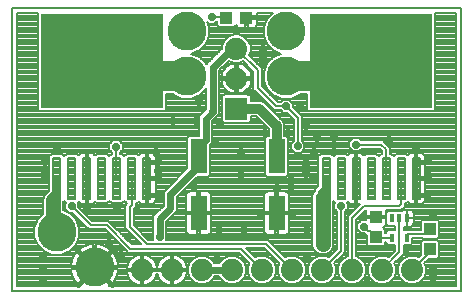
<source format=gbl>
G75*
%MOIN*%
%OFA0B0*%
%FSLAX25Y25*%
%IPPOS*%
%LPD*%
%AMOC8*
5,1,8,0,0,1.08239X$1,22.5*
%
%ADD10C,0.00500*%
%ADD11C,0.00778*%
%ADD12R,0.40827X0.31654*%
%ADD13R,0.05512X0.11811*%
%ADD14C,0.13000*%
%ADD15C,0.07400*%
%ADD16R,0.07400X0.07400*%
%ADD17R,0.01575X0.02953*%
%ADD18R,0.03937X0.04331*%
%ADD19R,0.04331X0.03937*%
%ADD20C,0.00800*%
%ADD21OC8,0.02381*%
%ADD22C,0.01600*%
%ADD23C,0.02400*%
%ADD24C,0.03200*%
%ADD25C,0.05000*%
%ADD26C,0.10000*%
D10*
X0005000Y0005000D02*
X0005000Y0099488D01*
X0154606Y0099488D01*
X0154606Y0005000D01*
X0005000Y0005000D01*
D11*
X0021087Y0035685D02*
X0021087Y0049355D01*
X0021087Y0035685D02*
X0018755Y0035685D01*
X0018755Y0049355D01*
X0021087Y0049355D01*
X0021087Y0036462D02*
X0018755Y0036462D01*
X0018755Y0037239D02*
X0021087Y0037239D01*
X0021087Y0038016D02*
X0018755Y0038016D01*
X0018755Y0038793D02*
X0021087Y0038793D01*
X0021087Y0039570D02*
X0018755Y0039570D01*
X0018755Y0040347D02*
X0021087Y0040347D01*
X0021087Y0041124D02*
X0018755Y0041124D01*
X0018755Y0041901D02*
X0021087Y0041901D01*
X0021087Y0042678D02*
X0018755Y0042678D01*
X0018755Y0043455D02*
X0021087Y0043455D01*
X0021087Y0044232D02*
X0018755Y0044232D01*
X0018755Y0045009D02*
X0021087Y0045009D01*
X0021087Y0045786D02*
X0018755Y0045786D01*
X0018755Y0046563D02*
X0021087Y0046563D01*
X0021087Y0047340D02*
X0018755Y0047340D01*
X0018755Y0048117D02*
X0021087Y0048117D01*
X0021087Y0048894D02*
X0018755Y0048894D01*
X0026087Y0049355D02*
X0026087Y0035685D01*
X0023755Y0035685D01*
X0023755Y0049355D01*
X0026087Y0049355D01*
X0026087Y0036462D02*
X0023755Y0036462D01*
X0023755Y0037239D02*
X0026087Y0037239D01*
X0026087Y0038016D02*
X0023755Y0038016D01*
X0023755Y0038793D02*
X0026087Y0038793D01*
X0026087Y0039570D02*
X0023755Y0039570D01*
X0023755Y0040347D02*
X0026087Y0040347D01*
X0026087Y0041124D02*
X0023755Y0041124D01*
X0023755Y0041901D02*
X0026087Y0041901D01*
X0026087Y0042678D02*
X0023755Y0042678D01*
X0023755Y0043455D02*
X0026087Y0043455D01*
X0026087Y0044232D02*
X0023755Y0044232D01*
X0023755Y0045009D02*
X0026087Y0045009D01*
X0026087Y0045786D02*
X0023755Y0045786D01*
X0023755Y0046563D02*
X0026087Y0046563D01*
X0026087Y0047340D02*
X0023755Y0047340D01*
X0023755Y0048117D02*
X0026087Y0048117D01*
X0026087Y0048894D02*
X0023755Y0048894D01*
X0031087Y0049355D02*
X0031087Y0035685D01*
X0028755Y0035685D01*
X0028755Y0049355D01*
X0031087Y0049355D01*
X0031087Y0036462D02*
X0028755Y0036462D01*
X0028755Y0037239D02*
X0031087Y0037239D01*
X0031087Y0038016D02*
X0028755Y0038016D01*
X0028755Y0038793D02*
X0031087Y0038793D01*
X0031087Y0039570D02*
X0028755Y0039570D01*
X0028755Y0040347D02*
X0031087Y0040347D01*
X0031087Y0041124D02*
X0028755Y0041124D01*
X0028755Y0041901D02*
X0031087Y0041901D01*
X0031087Y0042678D02*
X0028755Y0042678D01*
X0028755Y0043455D02*
X0031087Y0043455D01*
X0031087Y0044232D02*
X0028755Y0044232D01*
X0028755Y0045009D02*
X0031087Y0045009D01*
X0031087Y0045786D02*
X0028755Y0045786D01*
X0028755Y0046563D02*
X0031087Y0046563D01*
X0031087Y0047340D02*
X0028755Y0047340D01*
X0028755Y0048117D02*
X0031087Y0048117D01*
X0031087Y0048894D02*
X0028755Y0048894D01*
X0036087Y0049355D02*
X0036087Y0035685D01*
X0033755Y0035685D01*
X0033755Y0049355D01*
X0036087Y0049355D01*
X0036087Y0036462D02*
X0033755Y0036462D01*
X0033755Y0037239D02*
X0036087Y0037239D01*
X0036087Y0038016D02*
X0033755Y0038016D01*
X0033755Y0038793D02*
X0036087Y0038793D01*
X0036087Y0039570D02*
X0033755Y0039570D01*
X0033755Y0040347D02*
X0036087Y0040347D01*
X0036087Y0041124D02*
X0033755Y0041124D01*
X0033755Y0041901D02*
X0036087Y0041901D01*
X0036087Y0042678D02*
X0033755Y0042678D01*
X0033755Y0043455D02*
X0036087Y0043455D01*
X0036087Y0044232D02*
X0033755Y0044232D01*
X0033755Y0045009D02*
X0036087Y0045009D01*
X0036087Y0045786D02*
X0033755Y0045786D01*
X0033755Y0046563D02*
X0036087Y0046563D01*
X0036087Y0047340D02*
X0033755Y0047340D01*
X0033755Y0048117D02*
X0036087Y0048117D01*
X0036087Y0048894D02*
X0033755Y0048894D01*
X0041087Y0049355D02*
X0041087Y0035685D01*
X0038755Y0035685D01*
X0038755Y0049355D01*
X0041087Y0049355D01*
X0041087Y0036462D02*
X0038755Y0036462D01*
X0038755Y0037239D02*
X0041087Y0037239D01*
X0041087Y0038016D02*
X0038755Y0038016D01*
X0038755Y0038793D02*
X0041087Y0038793D01*
X0041087Y0039570D02*
X0038755Y0039570D01*
X0038755Y0040347D02*
X0041087Y0040347D01*
X0041087Y0041124D02*
X0038755Y0041124D01*
X0038755Y0041901D02*
X0041087Y0041901D01*
X0041087Y0042678D02*
X0038755Y0042678D01*
X0038755Y0043455D02*
X0041087Y0043455D01*
X0041087Y0044232D02*
X0038755Y0044232D01*
X0038755Y0045009D02*
X0041087Y0045009D01*
X0041087Y0045786D02*
X0038755Y0045786D01*
X0038755Y0046563D02*
X0041087Y0046563D01*
X0041087Y0047340D02*
X0038755Y0047340D01*
X0038755Y0048117D02*
X0041087Y0048117D01*
X0041087Y0048894D02*
X0038755Y0048894D01*
X0046087Y0049355D02*
X0046087Y0035685D01*
X0043755Y0035685D01*
X0043755Y0049355D01*
X0046087Y0049355D01*
X0046087Y0036462D02*
X0043755Y0036462D01*
X0043755Y0037239D02*
X0046087Y0037239D01*
X0046087Y0038016D02*
X0043755Y0038016D01*
X0043755Y0038793D02*
X0046087Y0038793D01*
X0046087Y0039570D02*
X0043755Y0039570D01*
X0043755Y0040347D02*
X0046087Y0040347D01*
X0046087Y0041124D02*
X0043755Y0041124D01*
X0043755Y0041901D02*
X0046087Y0041901D01*
X0046087Y0042678D02*
X0043755Y0042678D01*
X0043755Y0043455D02*
X0046087Y0043455D01*
X0046087Y0044232D02*
X0043755Y0044232D01*
X0043755Y0045009D02*
X0046087Y0045009D01*
X0046087Y0045786D02*
X0043755Y0045786D01*
X0043755Y0046563D02*
X0046087Y0046563D01*
X0046087Y0047340D02*
X0043755Y0047340D01*
X0043755Y0048117D02*
X0046087Y0048117D01*
X0046087Y0048894D02*
X0043755Y0048894D01*
X0051087Y0049355D02*
X0051087Y0035685D01*
X0048755Y0035685D01*
X0048755Y0049355D01*
X0051087Y0049355D01*
X0051087Y0036462D02*
X0048755Y0036462D01*
X0048755Y0037239D02*
X0051087Y0037239D01*
X0051087Y0038016D02*
X0048755Y0038016D01*
X0048755Y0038793D02*
X0051087Y0038793D01*
X0051087Y0039570D02*
X0048755Y0039570D01*
X0048755Y0040347D02*
X0051087Y0040347D01*
X0051087Y0041124D02*
X0048755Y0041124D01*
X0048755Y0041901D02*
X0051087Y0041901D01*
X0051087Y0042678D02*
X0048755Y0042678D01*
X0048755Y0043455D02*
X0051087Y0043455D01*
X0051087Y0044232D02*
X0048755Y0044232D01*
X0048755Y0045009D02*
X0051087Y0045009D01*
X0051087Y0045786D02*
X0048755Y0045786D01*
X0048755Y0046563D02*
X0051087Y0046563D01*
X0051087Y0047340D02*
X0048755Y0047340D01*
X0048755Y0048117D02*
X0051087Y0048117D01*
X0051087Y0048894D02*
X0048755Y0048894D01*
X0110851Y0049355D02*
X0110851Y0035685D01*
X0108519Y0035685D01*
X0108519Y0049355D01*
X0110851Y0049355D01*
X0110851Y0036462D02*
X0108519Y0036462D01*
X0108519Y0037239D02*
X0110851Y0037239D01*
X0110851Y0038016D02*
X0108519Y0038016D01*
X0108519Y0038793D02*
X0110851Y0038793D01*
X0110851Y0039570D02*
X0108519Y0039570D01*
X0108519Y0040347D02*
X0110851Y0040347D01*
X0110851Y0041124D02*
X0108519Y0041124D01*
X0108519Y0041901D02*
X0110851Y0041901D01*
X0110851Y0042678D02*
X0108519Y0042678D01*
X0108519Y0043455D02*
X0110851Y0043455D01*
X0110851Y0044232D02*
X0108519Y0044232D01*
X0108519Y0045009D02*
X0110851Y0045009D01*
X0110851Y0045786D02*
X0108519Y0045786D01*
X0108519Y0046563D02*
X0110851Y0046563D01*
X0110851Y0047340D02*
X0108519Y0047340D01*
X0108519Y0048117D02*
X0110851Y0048117D01*
X0110851Y0048894D02*
X0108519Y0048894D01*
X0115851Y0049355D02*
X0115851Y0035685D01*
X0113519Y0035685D01*
X0113519Y0049355D01*
X0115851Y0049355D01*
X0115851Y0036462D02*
X0113519Y0036462D01*
X0113519Y0037239D02*
X0115851Y0037239D01*
X0115851Y0038016D02*
X0113519Y0038016D01*
X0113519Y0038793D02*
X0115851Y0038793D01*
X0115851Y0039570D02*
X0113519Y0039570D01*
X0113519Y0040347D02*
X0115851Y0040347D01*
X0115851Y0041124D02*
X0113519Y0041124D01*
X0113519Y0041901D02*
X0115851Y0041901D01*
X0115851Y0042678D02*
X0113519Y0042678D01*
X0113519Y0043455D02*
X0115851Y0043455D01*
X0115851Y0044232D02*
X0113519Y0044232D01*
X0113519Y0045009D02*
X0115851Y0045009D01*
X0115851Y0045786D02*
X0113519Y0045786D01*
X0113519Y0046563D02*
X0115851Y0046563D01*
X0115851Y0047340D02*
X0113519Y0047340D01*
X0113519Y0048117D02*
X0115851Y0048117D01*
X0115851Y0048894D02*
X0113519Y0048894D01*
X0120851Y0049355D02*
X0120851Y0035685D01*
X0118519Y0035685D01*
X0118519Y0049355D01*
X0120851Y0049355D01*
X0120851Y0036462D02*
X0118519Y0036462D01*
X0118519Y0037239D02*
X0120851Y0037239D01*
X0120851Y0038016D02*
X0118519Y0038016D01*
X0118519Y0038793D02*
X0120851Y0038793D01*
X0120851Y0039570D02*
X0118519Y0039570D01*
X0118519Y0040347D02*
X0120851Y0040347D01*
X0120851Y0041124D02*
X0118519Y0041124D01*
X0118519Y0041901D02*
X0120851Y0041901D01*
X0120851Y0042678D02*
X0118519Y0042678D01*
X0118519Y0043455D02*
X0120851Y0043455D01*
X0120851Y0044232D02*
X0118519Y0044232D01*
X0118519Y0045009D02*
X0120851Y0045009D01*
X0120851Y0045786D02*
X0118519Y0045786D01*
X0118519Y0046563D02*
X0120851Y0046563D01*
X0120851Y0047340D02*
X0118519Y0047340D01*
X0118519Y0048117D02*
X0120851Y0048117D01*
X0120851Y0048894D02*
X0118519Y0048894D01*
X0125851Y0049355D02*
X0125851Y0035685D01*
X0123519Y0035685D01*
X0123519Y0049355D01*
X0125851Y0049355D01*
X0125851Y0036462D02*
X0123519Y0036462D01*
X0123519Y0037239D02*
X0125851Y0037239D01*
X0125851Y0038016D02*
X0123519Y0038016D01*
X0123519Y0038793D02*
X0125851Y0038793D01*
X0125851Y0039570D02*
X0123519Y0039570D01*
X0123519Y0040347D02*
X0125851Y0040347D01*
X0125851Y0041124D02*
X0123519Y0041124D01*
X0123519Y0041901D02*
X0125851Y0041901D01*
X0125851Y0042678D02*
X0123519Y0042678D01*
X0123519Y0043455D02*
X0125851Y0043455D01*
X0125851Y0044232D02*
X0123519Y0044232D01*
X0123519Y0045009D02*
X0125851Y0045009D01*
X0125851Y0045786D02*
X0123519Y0045786D01*
X0123519Y0046563D02*
X0125851Y0046563D01*
X0125851Y0047340D02*
X0123519Y0047340D01*
X0123519Y0048117D02*
X0125851Y0048117D01*
X0125851Y0048894D02*
X0123519Y0048894D01*
X0130851Y0049355D02*
X0130851Y0035685D01*
X0128519Y0035685D01*
X0128519Y0049355D01*
X0130851Y0049355D01*
X0130851Y0036462D02*
X0128519Y0036462D01*
X0128519Y0037239D02*
X0130851Y0037239D01*
X0130851Y0038016D02*
X0128519Y0038016D01*
X0128519Y0038793D02*
X0130851Y0038793D01*
X0130851Y0039570D02*
X0128519Y0039570D01*
X0128519Y0040347D02*
X0130851Y0040347D01*
X0130851Y0041124D02*
X0128519Y0041124D01*
X0128519Y0041901D02*
X0130851Y0041901D01*
X0130851Y0042678D02*
X0128519Y0042678D01*
X0128519Y0043455D02*
X0130851Y0043455D01*
X0130851Y0044232D02*
X0128519Y0044232D01*
X0128519Y0045009D02*
X0130851Y0045009D01*
X0130851Y0045786D02*
X0128519Y0045786D01*
X0128519Y0046563D02*
X0130851Y0046563D01*
X0130851Y0047340D02*
X0128519Y0047340D01*
X0128519Y0048117D02*
X0130851Y0048117D01*
X0130851Y0048894D02*
X0128519Y0048894D01*
X0135851Y0049355D02*
X0135851Y0035685D01*
X0133519Y0035685D01*
X0133519Y0049355D01*
X0135851Y0049355D01*
X0135851Y0036462D02*
X0133519Y0036462D01*
X0133519Y0037239D02*
X0135851Y0037239D01*
X0135851Y0038016D02*
X0133519Y0038016D01*
X0133519Y0038793D02*
X0135851Y0038793D01*
X0135851Y0039570D02*
X0133519Y0039570D01*
X0133519Y0040347D02*
X0135851Y0040347D01*
X0135851Y0041124D02*
X0133519Y0041124D01*
X0133519Y0041901D02*
X0135851Y0041901D01*
X0135851Y0042678D02*
X0133519Y0042678D01*
X0133519Y0043455D02*
X0135851Y0043455D01*
X0135851Y0044232D02*
X0133519Y0044232D01*
X0133519Y0045009D02*
X0135851Y0045009D01*
X0135851Y0045786D02*
X0133519Y0045786D01*
X0133519Y0046563D02*
X0135851Y0046563D01*
X0135851Y0047340D02*
X0133519Y0047340D01*
X0133519Y0048117D02*
X0135851Y0048117D01*
X0135851Y0048894D02*
X0133519Y0048894D01*
X0140851Y0049355D02*
X0140851Y0035685D01*
X0138519Y0035685D01*
X0138519Y0049355D01*
X0140851Y0049355D01*
X0140851Y0036462D02*
X0138519Y0036462D01*
X0138519Y0037239D02*
X0140851Y0037239D01*
X0140851Y0038016D02*
X0138519Y0038016D01*
X0138519Y0038793D02*
X0140851Y0038793D01*
X0140851Y0039570D02*
X0138519Y0039570D01*
X0138519Y0040347D02*
X0140851Y0040347D01*
X0140851Y0041124D02*
X0138519Y0041124D01*
X0138519Y0041901D02*
X0140851Y0041901D01*
X0140851Y0042678D02*
X0138519Y0042678D01*
X0138519Y0043455D02*
X0140851Y0043455D01*
X0140851Y0044232D02*
X0138519Y0044232D01*
X0138519Y0045009D02*
X0140851Y0045009D01*
X0140851Y0045786D02*
X0138519Y0045786D01*
X0138519Y0046563D02*
X0140851Y0046563D01*
X0140851Y0047340D02*
X0138519Y0047340D01*
X0138519Y0048117D02*
X0140851Y0048117D01*
X0140851Y0048894D02*
X0138519Y0048894D01*
D12*
X0124685Y0081732D03*
X0034921Y0081732D03*
D13*
X0067205Y0049882D03*
X0093189Y0049882D03*
X0093189Y0030984D03*
X0067205Y0030984D03*
D14*
X0032559Y0012874D03*
X0019961Y0024685D03*
X0063268Y0076654D03*
X0063268Y0091614D03*
X0096339Y0091614D03*
X0096339Y0076654D03*
D15*
X0079803Y0075866D03*
X0079803Y0085866D03*
X0078307Y0012087D03*
X0088307Y0012087D03*
X0098307Y0012087D03*
X0108307Y0012087D03*
X0118307Y0012087D03*
X0128307Y0012087D03*
X0138307Y0012087D03*
X0068307Y0012087D03*
X0058307Y0012087D03*
X0048307Y0012087D03*
D16*
X0079803Y0065866D03*
D17*
X0131575Y0029311D03*
X0134134Y0029311D03*
X0136693Y0029311D03*
X0136693Y0022815D03*
X0131575Y0022815D03*
D18*
X0126260Y0023110D03*
X0126260Y0029803D03*
X0144370Y0025669D03*
X0144370Y0018976D03*
D19*
X0083150Y0096142D03*
X0076457Y0096142D03*
D20*
X0076260Y0096339D01*
X0071535Y0096339D01*
X0070130Y0094647D02*
X0070628Y0094148D01*
X0072443Y0094148D01*
X0073233Y0094939D01*
X0073291Y0094939D01*
X0073291Y0093759D01*
X0073877Y0093173D01*
X0079036Y0093173D01*
X0079622Y0093759D01*
X0079622Y0093848D01*
X0079680Y0093633D01*
X0079864Y0093314D01*
X0080125Y0093053D01*
X0080444Y0092869D01*
X0080800Y0092773D01*
X0082750Y0092773D01*
X0082750Y0095742D01*
X0083550Y0095742D01*
X0083550Y0096542D01*
X0086715Y0096542D01*
X0086715Y0097838D01*
X0091956Y0097838D01*
X0089980Y0095863D01*
X0088839Y0093106D01*
X0088839Y0090122D01*
X0089980Y0087366D01*
X0092090Y0085256D01*
X0094799Y0084134D01*
X0092090Y0083012D01*
X0089980Y0080902D01*
X0088839Y0078145D01*
X0088839Y0075162D01*
X0089980Y0072405D01*
X0092090Y0070295D01*
X0094847Y0069154D01*
X0097830Y0069154D01*
X0100587Y0070295D01*
X0100945Y0070654D01*
X0103272Y0070654D01*
X0103272Y0065491D01*
X0103857Y0064906D01*
X0145513Y0064906D01*
X0146098Y0065491D01*
X0146098Y0097838D01*
X0152956Y0097838D01*
X0152956Y0006650D01*
X0037425Y0006650D01*
X0037779Y0006922D01*
X0038511Y0007654D01*
X0039142Y0008476D01*
X0039660Y0009372D01*
X0040056Y0010329D01*
X0040324Y0011329D01*
X0040459Y0012356D01*
X0040459Y0012474D01*
X0032959Y0012474D01*
X0032959Y0013274D01*
X0032159Y0013274D01*
X0032159Y0012474D01*
X0024659Y0012474D01*
X0024659Y0012356D01*
X0024794Y0011329D01*
X0025062Y0010329D01*
X0025459Y0009372D01*
X0025976Y0008476D01*
X0026607Y0007654D01*
X0027339Y0006922D01*
X0027693Y0006650D01*
X0006650Y0006650D01*
X0006650Y0097838D01*
X0013508Y0097838D01*
X0013508Y0065491D01*
X0014094Y0064906D01*
X0055749Y0064906D01*
X0056335Y0065491D01*
X0056335Y0070654D01*
X0058661Y0070654D01*
X0059019Y0070295D01*
X0061776Y0069154D01*
X0064760Y0069154D01*
X0067516Y0070295D01*
X0069626Y0072405D01*
X0069729Y0072654D01*
X0069729Y0065754D01*
X0067367Y0063392D01*
X0067367Y0056787D01*
X0064035Y0056787D01*
X0063449Y0056202D01*
X0063449Y0046088D01*
X0056845Y0039483D01*
X0056845Y0039483D01*
X0055556Y0038195D01*
X0055556Y0033470D01*
X0053301Y0031216D01*
X0052013Y0029927D01*
X0052013Y0022199D01*
X0052064Y0022148D01*
X0050462Y0022148D01*
X0045573Y0027037D01*
X0045573Y0032452D01*
X0046321Y0033200D01*
X0046321Y0034295D01*
X0046663Y0034295D01*
X0047188Y0034820D01*
X0047324Y0034586D01*
X0047657Y0034253D01*
X0048064Y0034017D01*
X0048519Y0033895D01*
X0049544Y0033895D01*
X0049544Y0042142D01*
X0050299Y0042142D01*
X0050299Y0042897D01*
X0052876Y0042897D01*
X0052876Y0049591D01*
X0052754Y0050046D01*
X0052519Y0050454D01*
X0052186Y0050787D01*
X0051778Y0051022D01*
X0051323Y0051144D01*
X0050299Y0051144D01*
X0050299Y0042897D01*
X0049544Y0042897D01*
X0049544Y0051144D01*
X0048519Y0051144D01*
X0048064Y0051022D01*
X0047657Y0050787D01*
X0047324Y0050454D01*
X0047188Y0050219D01*
X0046663Y0050744D01*
X0043180Y0050744D01*
X0042421Y0049986D01*
X0041663Y0050744D01*
X0041046Y0050744D01*
X0041046Y0051334D01*
X0041836Y0052124D01*
X0041836Y0053939D01*
X0040553Y0055222D01*
X0038738Y0055222D01*
X0037455Y0053939D01*
X0037455Y0052124D01*
X0038246Y0051334D01*
X0038246Y0050744D01*
X0038180Y0050744D01*
X0037421Y0049986D01*
X0036663Y0050744D01*
X0033180Y0050744D01*
X0032654Y0050219D01*
X0032519Y0050454D01*
X0032186Y0050787D01*
X0031778Y0051022D01*
X0031323Y0051144D01*
X0030299Y0051144D01*
X0030299Y0042897D01*
X0029544Y0042897D01*
X0029544Y0051144D01*
X0028519Y0051144D01*
X0028064Y0051022D01*
X0027657Y0050787D01*
X0027324Y0050454D01*
X0027188Y0050219D01*
X0026663Y0050744D01*
X0023180Y0050744D01*
X0022421Y0049986D01*
X0021663Y0050744D01*
X0018180Y0050744D01*
X0017366Y0049931D01*
X0017366Y0038366D01*
X0015788Y0036788D01*
X0015392Y0035832D01*
X0015392Y0030723D01*
X0013602Y0028933D01*
X0012461Y0026177D01*
X0012461Y0023193D01*
X0013602Y0020437D01*
X0015712Y0018327D01*
X0018469Y0017185D01*
X0021452Y0017185D01*
X0024209Y0018327D01*
X0026319Y0020437D01*
X0027461Y0023193D01*
X0027461Y0026177D01*
X0026319Y0028933D01*
X0024209Y0031043D01*
X0022121Y0031908D01*
X0022121Y0034754D01*
X0022421Y0035054D01*
X0022976Y0034499D01*
X0022731Y0034254D01*
X0022731Y0032439D01*
X0024014Y0031156D01*
X0025132Y0031156D01*
X0029820Y0026467D01*
X0030641Y0025647D01*
X0035916Y0025647D01*
X0042970Y0018593D01*
X0043790Y0017773D01*
X0080641Y0017773D01*
X0084130Y0014284D01*
X0083607Y0013022D01*
X0083607Y0011152D01*
X0084323Y0009424D01*
X0085645Y0008102D01*
X0087372Y0007387D01*
X0089242Y0007387D01*
X0090969Y0008102D01*
X0092292Y0009424D01*
X0093007Y0011152D01*
X0093007Y0013022D01*
X0092292Y0014749D01*
X0090969Y0016071D01*
X0089242Y0016787D01*
X0087372Y0016787D01*
X0086110Y0016264D01*
X0083026Y0019348D01*
X0089066Y0019348D01*
X0094130Y0014284D01*
X0093607Y0013022D01*
X0093607Y0011152D01*
X0094323Y0009424D01*
X0095645Y0008102D01*
X0097372Y0007387D01*
X0099242Y0007387D01*
X0100969Y0008102D01*
X0102292Y0009424D01*
X0103007Y0011152D01*
X0103007Y0013022D01*
X0102292Y0014749D01*
X0100969Y0016071D01*
X0099242Y0016787D01*
X0097372Y0016787D01*
X0096110Y0016264D01*
X0090226Y0022148D01*
X0056362Y0022148D01*
X0056413Y0022199D01*
X0056413Y0028104D01*
X0059956Y0031648D01*
X0059956Y0036372D01*
X0066560Y0042976D01*
X0070375Y0042976D01*
X0070961Y0043562D01*
X0070961Y0053676D01*
X0071767Y0054482D01*
X0071767Y0061569D01*
X0074129Y0063931D01*
X0074129Y0078695D01*
X0077265Y0081830D01*
X0078868Y0081166D01*
X0080738Y0081166D01*
X0082000Y0081689D01*
X0085490Y0078200D01*
X0085490Y0072137D01*
X0086310Y0071317D01*
X0092412Y0065214D01*
X0094641Y0065214D01*
X0095431Y0064424D01*
X0096549Y0064424D01*
X0098876Y0062097D01*
X0098876Y0054926D01*
X0098085Y0054136D01*
X0098085Y0052321D01*
X0099368Y0051038D01*
X0101183Y0051038D01*
X0102466Y0052321D01*
X0102466Y0054136D01*
X0101676Y0054926D01*
X0101676Y0063257D01*
X0100855Y0064077D01*
X0098529Y0066404D01*
X0098529Y0067522D01*
X0097246Y0068805D01*
X0095431Y0068805D01*
X0094641Y0068014D01*
X0093572Y0068014D01*
X0088290Y0073296D01*
X0088290Y0079359D01*
X0083980Y0083669D01*
X0084503Y0084931D01*
X0084503Y0086801D01*
X0083788Y0088528D01*
X0082465Y0089851D01*
X0080738Y0090566D01*
X0078868Y0090566D01*
X0077141Y0089851D01*
X0075819Y0088528D01*
X0075103Y0086801D01*
X0075103Y0085892D01*
X0069769Y0080557D01*
X0069626Y0080902D01*
X0067516Y0083012D01*
X0064807Y0084134D01*
X0067516Y0085256D01*
X0069626Y0087366D01*
X0070768Y0090122D01*
X0070768Y0093106D01*
X0070130Y0094647D01*
X0070218Y0094433D02*
X0070343Y0094433D01*
X0070549Y0093635D02*
X0073416Y0093635D01*
X0073291Y0094433D02*
X0072728Y0094433D01*
X0070768Y0092836D02*
X0080565Y0092836D01*
X0079679Y0093635D02*
X0079498Y0093635D01*
X0082750Y0093635D02*
X0083550Y0093635D01*
X0083550Y0094433D02*
X0082750Y0094433D01*
X0082750Y0095232D02*
X0083550Y0095232D01*
X0083550Y0095742D02*
X0083550Y0092773D01*
X0085499Y0092773D01*
X0085855Y0092869D01*
X0086175Y0093053D01*
X0086435Y0093314D01*
X0086620Y0093633D01*
X0086715Y0093989D01*
X0086715Y0095742D01*
X0083550Y0095742D01*
X0083550Y0096030D02*
X0090148Y0096030D01*
X0089719Y0095232D02*
X0086715Y0095232D01*
X0086715Y0094433D02*
X0089388Y0094433D01*
X0089058Y0093635D02*
X0086620Y0093635D01*
X0085734Y0092836D02*
X0088839Y0092836D01*
X0088839Y0092038D02*
X0070768Y0092038D01*
X0070768Y0091239D02*
X0088839Y0091239D01*
X0088839Y0090441D02*
X0081041Y0090441D01*
X0082674Y0089642D02*
X0089037Y0089642D01*
X0089368Y0088844D02*
X0083472Y0088844D01*
X0083988Y0088045D02*
X0089699Y0088045D01*
X0090099Y0087247D02*
X0084319Y0087247D01*
X0084503Y0086448D02*
X0090898Y0086448D01*
X0091697Y0085650D02*
X0084503Y0085650D01*
X0084470Y0084851D02*
X0093068Y0084851D01*
X0094603Y0084053D02*
X0084139Y0084053D01*
X0084395Y0083254D02*
X0092675Y0083254D01*
X0091534Y0082456D02*
X0085194Y0082456D01*
X0085992Y0081657D02*
X0090736Y0081657D01*
X0089962Y0080859D02*
X0086791Y0080859D01*
X0087589Y0080060D02*
X0089632Y0080060D01*
X0089301Y0079262D02*
X0088290Y0079262D01*
X0088290Y0078463D02*
X0088970Y0078463D01*
X0088839Y0077665D02*
X0088290Y0077665D01*
X0088290Y0076866D02*
X0088839Y0076866D01*
X0088839Y0076068D02*
X0088290Y0076068D01*
X0088290Y0075269D02*
X0088839Y0075269D01*
X0089125Y0074470D02*
X0088290Y0074470D01*
X0088290Y0073672D02*
X0089456Y0073672D01*
X0089786Y0072873D02*
X0088713Y0072873D01*
X0089511Y0072075D02*
X0090311Y0072075D01*
X0090310Y0071276D02*
X0091109Y0071276D01*
X0091108Y0070478D02*
X0091908Y0070478D01*
X0091907Y0069679D02*
X0093577Y0069679D01*
X0092705Y0068881D02*
X0103272Y0068881D01*
X0103272Y0069679D02*
X0099100Y0069679D01*
X0100770Y0070478D02*
X0103272Y0070478D01*
X0103272Y0068082D02*
X0097968Y0068082D01*
X0098529Y0067284D02*
X0103272Y0067284D01*
X0103272Y0066485D02*
X0098529Y0066485D01*
X0099246Y0065687D02*
X0103272Y0065687D01*
X0101641Y0063291D02*
X0152956Y0063291D01*
X0152956Y0062493D02*
X0101676Y0062493D01*
X0101676Y0061694D02*
X0152956Y0061694D01*
X0152956Y0060896D02*
X0101676Y0060896D01*
X0101676Y0060097D02*
X0152956Y0060097D01*
X0152956Y0059299D02*
X0101676Y0059299D01*
X0101676Y0058500D02*
X0152956Y0058500D01*
X0152956Y0057702D02*
X0101676Y0057702D01*
X0101676Y0056903D02*
X0152956Y0056903D01*
X0152956Y0056105D02*
X0101676Y0056105D01*
X0101676Y0055306D02*
X0118074Y0055306D01*
X0117494Y0054726D02*
X0117494Y0052912D01*
X0118778Y0051628D01*
X0120592Y0051628D01*
X0121383Y0052419D01*
X0127506Y0052419D01*
X0128285Y0051640D01*
X0128285Y0050744D01*
X0127943Y0050744D01*
X0127185Y0049986D01*
X0126427Y0050744D01*
X0122943Y0050744D01*
X0122418Y0050219D01*
X0122283Y0050454D01*
X0121950Y0050787D01*
X0121542Y0051022D01*
X0121087Y0051144D01*
X0120063Y0051144D01*
X0120063Y0042897D01*
X0119307Y0042897D01*
X0119307Y0051144D01*
X0118283Y0051144D01*
X0117828Y0051022D01*
X0117420Y0050787D01*
X0117087Y0050454D01*
X0116952Y0050219D01*
X0116427Y0050744D01*
X0112943Y0050744D01*
X0112185Y0049986D01*
X0111427Y0050744D01*
X0107943Y0050744D01*
X0107130Y0049931D01*
X0107130Y0040162D01*
X0105950Y0038982D01*
X0105950Y0038458D01*
X0105576Y0038085D01*
X0105043Y0036799D01*
X0105043Y0020052D01*
X0105576Y0018765D01*
X0106561Y0017781D01*
X0107847Y0017248D01*
X0109239Y0017248D01*
X0110526Y0017781D01*
X0111510Y0018765D01*
X0112043Y0020052D01*
X0112043Y0034912D01*
X0112185Y0035054D01*
X0112740Y0034499D01*
X0112494Y0034254D01*
X0112494Y0032439D01*
X0113285Y0031649D01*
X0113285Y0019044D01*
X0110504Y0016264D01*
X0109242Y0016787D01*
X0107372Y0016787D01*
X0105645Y0016071D01*
X0104323Y0014749D01*
X0103607Y0013022D01*
X0103607Y0011152D01*
X0104323Y0009424D01*
X0105645Y0008102D01*
X0107372Y0007387D01*
X0109242Y0007387D01*
X0110969Y0008102D01*
X0112292Y0009424D01*
X0113007Y0011152D01*
X0113007Y0013022D01*
X0112484Y0014284D01*
X0115265Y0017065D01*
X0116085Y0017885D01*
X0116085Y0031649D01*
X0116876Y0032439D01*
X0116876Y0034254D01*
X0116630Y0034499D01*
X0116952Y0034820D01*
X0117087Y0034586D01*
X0117420Y0034253D01*
X0117828Y0034017D01*
X0118283Y0033895D01*
X0119307Y0033895D01*
X0119307Y0042142D01*
X0120063Y0042142D01*
X0120063Y0033895D01*
X0120892Y0033895D01*
X0117727Y0030731D01*
X0116907Y0029911D01*
X0116907Y0016594D01*
X0115645Y0016071D01*
X0114323Y0014749D01*
X0113607Y0013022D01*
X0113607Y0011152D01*
X0114323Y0009424D01*
X0115645Y0008102D01*
X0117372Y0007387D01*
X0119242Y0007387D01*
X0120969Y0008102D01*
X0122292Y0009424D01*
X0123007Y0011152D01*
X0123007Y0013022D01*
X0122292Y0014749D01*
X0120969Y0016071D01*
X0119707Y0016594D01*
X0119707Y0028751D01*
X0122891Y0031935D01*
X0122891Y0030203D01*
X0125860Y0030203D01*
X0125860Y0029403D01*
X0122891Y0029403D01*
X0122891Y0028647D01*
X0121415Y0028647D01*
X0120132Y0027364D01*
X0120132Y0025549D01*
X0121415Y0024266D01*
X0122533Y0024266D01*
X0123121Y0023679D01*
X0123291Y0023679D01*
X0123291Y0020531D01*
X0123877Y0019945D01*
X0128643Y0019945D01*
X0129228Y0020531D01*
X0129228Y0021415D01*
X0129787Y0021415D01*
X0129787Y0020924D01*
X0130373Y0020339D01*
X0132734Y0020339D01*
X0132734Y0018493D01*
X0130504Y0016264D01*
X0129242Y0016787D01*
X0127372Y0016787D01*
X0125645Y0016071D01*
X0124323Y0014749D01*
X0123607Y0013022D01*
X0123607Y0011152D01*
X0124323Y0009424D01*
X0125645Y0008102D01*
X0127372Y0007387D01*
X0129242Y0007387D01*
X0130969Y0008102D01*
X0132292Y0009424D01*
X0133007Y0011152D01*
X0133007Y0013022D01*
X0132484Y0014284D01*
X0134714Y0016513D01*
X0135534Y0017333D01*
X0135534Y0020339D01*
X0137895Y0020339D01*
X0138480Y0020924D01*
X0138480Y0022694D01*
X0141797Y0022694D01*
X0141987Y0022504D01*
X0146753Y0022504D01*
X0147339Y0023090D01*
X0147339Y0028249D01*
X0146753Y0028835D01*
X0141987Y0028835D01*
X0141402Y0028249D01*
X0141402Y0025494D01*
X0136113Y0025494D01*
X0135910Y0025291D01*
X0135534Y0025291D01*
X0135534Y0026485D01*
X0135721Y0026435D01*
X0136693Y0026435D01*
X0137665Y0026435D01*
X0138021Y0026530D01*
X0138340Y0026714D01*
X0138601Y0026975D01*
X0138785Y0027294D01*
X0138880Y0027650D01*
X0138880Y0029311D01*
X0138880Y0030972D01*
X0138785Y0031328D01*
X0138601Y0031647D01*
X0138340Y0031908D01*
X0138021Y0032092D01*
X0137665Y0032187D01*
X0136693Y0032187D01*
X0136693Y0029311D01*
X0136693Y0029311D01*
X0138880Y0029311D01*
X0136693Y0029311D01*
X0136693Y0026435D01*
X0136693Y0029311D01*
X0136693Y0029311D01*
X0136693Y0029311D01*
X0136693Y0032187D01*
X0135721Y0032187D01*
X0135365Y0032092D01*
X0135046Y0031908D01*
X0134926Y0031787D01*
X0132932Y0031787D01*
X0132854Y0031709D01*
X0132776Y0031787D01*
X0130373Y0031787D01*
X0129787Y0031202D01*
X0129787Y0027420D01*
X0130373Y0026835D01*
X0132734Y0026835D01*
X0132734Y0025291D01*
X0130373Y0025291D01*
X0129787Y0024706D01*
X0129787Y0024215D01*
X0129228Y0024215D01*
X0129228Y0025690D01*
X0128643Y0026276D01*
X0128554Y0026276D01*
X0128769Y0026333D01*
X0129088Y0026518D01*
X0129349Y0026778D01*
X0129533Y0027097D01*
X0129628Y0027453D01*
X0129628Y0029403D01*
X0126660Y0029403D01*
X0126660Y0030203D01*
X0129628Y0030203D01*
X0129628Y0031946D01*
X0134714Y0031946D01*
X0135534Y0032767D01*
X0136085Y0033318D01*
X0136085Y0034295D01*
X0136427Y0034295D01*
X0136952Y0034820D01*
X0137087Y0034586D01*
X0137420Y0034253D01*
X0137828Y0034017D01*
X0138283Y0033895D01*
X0139307Y0033895D01*
X0139307Y0042142D01*
X0140063Y0042142D01*
X0140063Y0042897D01*
X0142640Y0042897D01*
X0142640Y0049591D01*
X0142518Y0050046D01*
X0142283Y0050454D01*
X0141950Y0050787D01*
X0141542Y0051022D01*
X0141087Y0051144D01*
X0140063Y0051144D01*
X0140063Y0042897D01*
X0139307Y0042897D01*
X0139307Y0051144D01*
X0138283Y0051144D01*
X0137828Y0051022D01*
X0137420Y0050787D01*
X0137087Y0050454D01*
X0136952Y0050219D01*
X0136427Y0050744D01*
X0132943Y0050744D01*
X0132185Y0049986D01*
X0131427Y0050744D01*
X0131085Y0050744D01*
X0131085Y0052800D01*
X0129486Y0054399D01*
X0128666Y0055219D01*
X0121383Y0055219D01*
X0120592Y0056009D01*
X0118778Y0056009D01*
X0117494Y0054726D01*
X0117494Y0054508D02*
X0102094Y0054508D01*
X0102466Y0053709D02*
X0117494Y0053709D01*
X0117495Y0052911D02*
X0102466Y0052911D01*
X0102257Y0052112D02*
X0118294Y0052112D01*
X0119685Y0053819D02*
X0128086Y0053819D01*
X0129685Y0052220D01*
X0129685Y0042520D01*
X0134685Y0042520D02*
X0134685Y0033898D01*
X0134134Y0033346D01*
X0122323Y0033346D01*
X0118307Y0029331D01*
X0118307Y0012087D01*
X0113923Y0013784D02*
X0112691Y0013784D01*
X0112783Y0014582D02*
X0114254Y0014582D01*
X0113581Y0015381D02*
X0114954Y0015381D01*
X0114380Y0016179D02*
X0115906Y0016179D01*
X0115178Y0016978D02*
X0116907Y0016978D01*
X0116907Y0017776D02*
X0115977Y0017776D01*
X0116085Y0018575D02*
X0116907Y0018575D01*
X0116907Y0019373D02*
X0116085Y0019373D01*
X0116085Y0020172D02*
X0116907Y0020172D01*
X0116907Y0020970D02*
X0116085Y0020970D01*
X0116085Y0021769D02*
X0116907Y0021769D01*
X0116907Y0022567D02*
X0116085Y0022567D01*
X0116085Y0023366D02*
X0116907Y0023366D01*
X0116907Y0024164D02*
X0116085Y0024164D01*
X0116085Y0024963D02*
X0116907Y0024963D01*
X0116907Y0025761D02*
X0116085Y0025761D01*
X0116085Y0026560D02*
X0116907Y0026560D01*
X0116907Y0027358D02*
X0116085Y0027358D01*
X0116085Y0028157D02*
X0116907Y0028157D01*
X0116907Y0028955D02*
X0116085Y0028955D01*
X0116085Y0029754D02*
X0116907Y0029754D01*
X0117549Y0030552D02*
X0116085Y0030552D01*
X0116085Y0031351D02*
X0118347Y0031351D01*
X0119146Y0032149D02*
X0116586Y0032149D01*
X0116876Y0032948D02*
X0119944Y0032948D01*
X0120743Y0033746D02*
X0116876Y0033746D01*
X0116676Y0034545D02*
X0117128Y0034545D01*
X0119307Y0034545D02*
X0120063Y0034545D01*
X0120063Y0035343D02*
X0119307Y0035343D01*
X0119307Y0036142D02*
X0120063Y0036142D01*
X0120063Y0036940D02*
X0119307Y0036940D01*
X0119307Y0037739D02*
X0120063Y0037739D01*
X0120063Y0038537D02*
X0119307Y0038537D01*
X0119307Y0039336D02*
X0120063Y0039336D01*
X0120063Y0040134D02*
X0119307Y0040134D01*
X0119307Y0040933D02*
X0120063Y0040933D01*
X0120063Y0041732D02*
X0119307Y0041732D01*
X0119307Y0043329D02*
X0120063Y0043329D01*
X0120063Y0044127D02*
X0119307Y0044127D01*
X0119307Y0044926D02*
X0120063Y0044926D01*
X0120063Y0045724D02*
X0119307Y0045724D01*
X0119307Y0046523D02*
X0120063Y0046523D01*
X0120063Y0047321D02*
X0119307Y0047321D01*
X0119307Y0048120D02*
X0120063Y0048120D01*
X0120063Y0048918D02*
X0119307Y0048918D01*
X0119307Y0049717D02*
X0120063Y0049717D01*
X0120063Y0050515D02*
X0119307Y0050515D01*
X0117149Y0050515D02*
X0116656Y0050515D01*
X0112715Y0050515D02*
X0111656Y0050515D01*
X0107715Y0050515D02*
X0096945Y0050515D01*
X0096945Y0049717D02*
X0107130Y0049717D01*
X0107130Y0048918D02*
X0096945Y0048918D01*
X0096945Y0048120D02*
X0107130Y0048120D01*
X0107130Y0047321D02*
X0096945Y0047321D01*
X0096945Y0046523D02*
X0107130Y0046523D01*
X0107130Y0045724D02*
X0096945Y0045724D01*
X0096945Y0044926D02*
X0107130Y0044926D01*
X0107130Y0044127D02*
X0096945Y0044127D01*
X0096945Y0043562D02*
X0096359Y0042976D01*
X0090019Y0042976D01*
X0089433Y0043562D01*
X0089433Y0056202D01*
X0090019Y0056787D01*
X0090589Y0056787D01*
X0090589Y0059041D01*
X0086364Y0063266D01*
X0084503Y0063266D01*
X0084503Y0061752D01*
X0083917Y0061166D01*
X0075689Y0061166D01*
X0075103Y0061752D01*
X0075103Y0069980D01*
X0075689Y0070566D01*
X0083917Y0070566D01*
X0084503Y0069980D01*
X0084503Y0068466D01*
X0087958Y0068466D01*
X0088914Y0068070D01*
X0094662Y0062322D01*
X0095393Y0061591D01*
X0095789Y0060635D01*
X0095789Y0056787D01*
X0096359Y0056787D01*
X0096945Y0056202D01*
X0096945Y0043562D01*
X0096711Y0043329D02*
X0107130Y0043329D01*
X0107130Y0042530D02*
X0066114Y0042530D01*
X0065315Y0041732D02*
X0107130Y0041732D01*
X0107130Y0040933D02*
X0064517Y0040933D01*
X0063718Y0040134D02*
X0107102Y0040134D01*
X0106303Y0039336D02*
X0062920Y0039336D01*
X0062121Y0038537D02*
X0105950Y0038537D01*
X0105433Y0037739D02*
X0097071Y0037739D01*
X0097065Y0037749D02*
X0096804Y0038010D01*
X0096485Y0038194D01*
X0096129Y0038290D01*
X0093589Y0038290D01*
X0093589Y0031384D01*
X0097345Y0031384D01*
X0097345Y0037074D01*
X0097249Y0037430D01*
X0097065Y0037749D01*
X0097345Y0036940D02*
X0105102Y0036940D01*
X0105043Y0036142D02*
X0097345Y0036142D01*
X0097345Y0035343D02*
X0105043Y0035343D01*
X0105043Y0034545D02*
X0097345Y0034545D01*
X0097345Y0033746D02*
X0105043Y0033746D01*
X0105043Y0032948D02*
X0097345Y0032948D01*
X0097345Y0032149D02*
X0105043Y0032149D01*
X0105043Y0031351D02*
X0093589Y0031351D01*
X0093589Y0031384D02*
X0093589Y0030584D01*
X0093589Y0023679D01*
X0096129Y0023679D01*
X0096485Y0023774D01*
X0096804Y0023958D01*
X0097065Y0024219D01*
X0097249Y0024538D01*
X0097345Y0024894D01*
X0097345Y0030584D01*
X0093589Y0030584D01*
X0092789Y0030584D01*
X0092789Y0023679D01*
X0090249Y0023679D01*
X0089893Y0023774D01*
X0089573Y0023958D01*
X0089313Y0024219D01*
X0089128Y0024538D01*
X0089033Y0024894D01*
X0089033Y0030584D01*
X0092789Y0030584D01*
X0092789Y0031384D01*
X0089033Y0031384D01*
X0089033Y0037074D01*
X0089128Y0037430D01*
X0089313Y0037749D01*
X0089573Y0038010D01*
X0089893Y0038194D01*
X0090249Y0038290D01*
X0092789Y0038290D01*
X0092789Y0031384D01*
X0093589Y0031384D01*
X0093589Y0032149D02*
X0092789Y0032149D01*
X0092789Y0031351D02*
X0067605Y0031351D01*
X0067605Y0031384D02*
X0071361Y0031384D01*
X0071361Y0037074D01*
X0071265Y0037430D01*
X0071081Y0037749D01*
X0070820Y0038010D01*
X0070501Y0038194D01*
X0070145Y0038290D01*
X0067605Y0038290D01*
X0067605Y0031384D01*
X0067605Y0030584D01*
X0071361Y0030584D01*
X0071361Y0024894D01*
X0071265Y0024538D01*
X0071081Y0024219D01*
X0070820Y0023958D01*
X0070501Y0023774D01*
X0070145Y0023679D01*
X0067605Y0023679D01*
X0067605Y0030584D01*
X0066805Y0030584D01*
X0066805Y0023679D01*
X0064264Y0023679D01*
X0063908Y0023774D01*
X0063589Y0023958D01*
X0063329Y0024219D01*
X0063144Y0024538D01*
X0063049Y0024894D01*
X0063049Y0030584D01*
X0066805Y0030584D01*
X0066805Y0031384D01*
X0066805Y0038290D01*
X0064264Y0038290D01*
X0063908Y0038194D01*
X0063589Y0038010D01*
X0063329Y0037749D01*
X0063144Y0037430D01*
X0063049Y0037074D01*
X0063049Y0031384D01*
X0066805Y0031384D01*
X0067605Y0031384D01*
X0067605Y0032149D02*
X0066805Y0032149D01*
X0066805Y0031351D02*
X0059659Y0031351D01*
X0059956Y0032149D02*
X0063049Y0032149D01*
X0063049Y0032948D02*
X0059956Y0032948D01*
X0059956Y0033746D02*
X0063049Y0033746D01*
X0063049Y0034545D02*
X0059956Y0034545D01*
X0059956Y0035343D02*
X0063049Y0035343D01*
X0063049Y0036142D02*
X0059956Y0036142D01*
X0060524Y0036940D02*
X0063049Y0036940D01*
X0063323Y0037739D02*
X0061323Y0037739D01*
X0058294Y0040933D02*
X0052876Y0040933D01*
X0052876Y0040134D02*
X0057496Y0040134D01*
X0056697Y0039336D02*
X0052876Y0039336D01*
X0052876Y0038537D02*
X0055899Y0038537D01*
X0055556Y0037739D02*
X0052876Y0037739D01*
X0052876Y0036940D02*
X0055556Y0036940D01*
X0055556Y0036142D02*
X0052876Y0036142D01*
X0052876Y0035449D02*
X0052876Y0042142D01*
X0050299Y0042142D01*
X0050299Y0033895D01*
X0051323Y0033895D01*
X0051778Y0034017D01*
X0052186Y0034253D01*
X0052519Y0034586D01*
X0052754Y0034994D01*
X0052876Y0035449D01*
X0052848Y0035343D02*
X0055556Y0035343D01*
X0055556Y0034545D02*
X0052478Y0034545D01*
X0050299Y0034545D02*
X0049544Y0034545D01*
X0049544Y0035343D02*
X0050299Y0035343D01*
X0050299Y0036142D02*
X0049544Y0036142D01*
X0049544Y0036940D02*
X0050299Y0036940D01*
X0050299Y0037739D02*
X0049544Y0037739D01*
X0049544Y0038537D02*
X0050299Y0038537D01*
X0050299Y0039336D02*
X0049544Y0039336D01*
X0049544Y0040134D02*
X0050299Y0040134D01*
X0050299Y0040933D02*
X0049544Y0040933D01*
X0049544Y0041732D02*
X0050299Y0041732D01*
X0050299Y0042530D02*
X0059891Y0042530D01*
X0059093Y0041732D02*
X0052876Y0041732D01*
X0052876Y0043329D02*
X0060690Y0043329D01*
X0061488Y0044127D02*
X0052876Y0044127D01*
X0052876Y0044926D02*
X0062287Y0044926D01*
X0063085Y0045724D02*
X0052876Y0045724D01*
X0052876Y0046523D02*
X0063449Y0046523D01*
X0063449Y0047321D02*
X0052876Y0047321D01*
X0052876Y0048120D02*
X0063449Y0048120D01*
X0063449Y0048918D02*
X0052876Y0048918D01*
X0052843Y0049717D02*
X0063449Y0049717D01*
X0063449Y0050515D02*
X0052457Y0050515D01*
X0050299Y0050515D02*
X0049544Y0050515D01*
X0049544Y0049717D02*
X0050299Y0049717D01*
X0050299Y0048918D02*
X0049544Y0048918D01*
X0049544Y0048120D02*
X0050299Y0048120D01*
X0050299Y0047321D02*
X0049544Y0047321D01*
X0049544Y0046523D02*
X0050299Y0046523D01*
X0050299Y0045724D02*
X0049544Y0045724D01*
X0049544Y0044926D02*
X0050299Y0044926D01*
X0050299Y0044127D02*
X0049544Y0044127D01*
X0049544Y0043329D02*
X0050299Y0043329D01*
X0044921Y0042520D02*
X0044921Y0033780D01*
X0044173Y0033031D01*
X0044173Y0026457D01*
X0049882Y0020748D01*
X0089646Y0020748D01*
X0098307Y0012087D01*
X0102691Y0013784D02*
X0103923Y0013784D01*
X0103607Y0012985D02*
X0103007Y0012985D01*
X0103007Y0012187D02*
X0103607Y0012187D01*
X0103607Y0011388D02*
X0103007Y0011388D01*
X0102774Y0010590D02*
X0103840Y0010590D01*
X0104171Y0009791D02*
X0102443Y0009791D01*
X0101860Y0008993D02*
X0104754Y0008993D01*
X0105553Y0008194D02*
X0101061Y0008194D01*
X0099264Y0007396D02*
X0107351Y0007396D01*
X0109264Y0007396D02*
X0117351Y0007396D01*
X0119264Y0007396D02*
X0127351Y0007396D01*
X0129264Y0007396D02*
X0137351Y0007396D01*
X0137372Y0007387D02*
X0139242Y0007387D01*
X0140969Y0008102D01*
X0142292Y0009424D01*
X0143007Y0011152D01*
X0143007Y0013022D01*
X0142484Y0014284D01*
X0144011Y0015811D01*
X0146753Y0015811D01*
X0147339Y0016397D01*
X0147339Y0021556D01*
X0146753Y0022142D01*
X0141987Y0022142D01*
X0141402Y0021556D01*
X0141402Y0017161D01*
X0140504Y0016264D01*
X0139242Y0016787D01*
X0137372Y0016787D01*
X0135645Y0016071D01*
X0134323Y0014749D01*
X0133607Y0013022D01*
X0133607Y0011152D01*
X0134323Y0009424D01*
X0135645Y0008102D01*
X0137372Y0007387D01*
X0139264Y0007396D02*
X0152956Y0007396D01*
X0152956Y0008194D02*
X0141061Y0008194D01*
X0141860Y0008993D02*
X0152956Y0008993D01*
X0152956Y0009791D02*
X0142443Y0009791D01*
X0142774Y0010590D02*
X0152956Y0010590D01*
X0152956Y0011388D02*
X0143007Y0011388D01*
X0143007Y0012187D02*
X0152956Y0012187D01*
X0152956Y0012985D02*
X0143007Y0012985D01*
X0142691Y0013784D02*
X0152956Y0013784D01*
X0152956Y0014582D02*
X0142782Y0014582D01*
X0143581Y0015381D02*
X0152956Y0015381D01*
X0152956Y0016179D02*
X0147121Y0016179D01*
X0147339Y0016978D02*
X0152956Y0016978D01*
X0152956Y0017776D02*
X0147339Y0017776D01*
X0147339Y0018575D02*
X0152956Y0018575D01*
X0152956Y0019373D02*
X0147339Y0019373D01*
X0147339Y0020172D02*
X0152956Y0020172D01*
X0152956Y0020970D02*
X0147339Y0020970D01*
X0147126Y0021769D02*
X0152956Y0021769D01*
X0152956Y0022567D02*
X0146816Y0022567D01*
X0147339Y0023366D02*
X0152956Y0023366D01*
X0152956Y0024164D02*
X0147339Y0024164D01*
X0147339Y0024963D02*
X0152956Y0024963D01*
X0152956Y0025761D02*
X0147339Y0025761D01*
X0147339Y0026560D02*
X0152956Y0026560D01*
X0152956Y0027358D02*
X0147339Y0027358D01*
X0147339Y0028157D02*
X0152956Y0028157D01*
X0152956Y0028955D02*
X0138880Y0028955D01*
X0138880Y0028157D02*
X0141402Y0028157D01*
X0141402Y0027358D02*
X0138802Y0027358D01*
X0138072Y0026560D02*
X0141402Y0026560D01*
X0141402Y0025761D02*
X0135534Y0025761D01*
X0136693Y0026560D02*
X0136693Y0026560D01*
X0136693Y0027358D02*
X0136693Y0027358D01*
X0136693Y0028157D02*
X0136693Y0028157D01*
X0136693Y0028955D02*
X0136693Y0028955D01*
X0136693Y0029754D02*
X0136693Y0029754D01*
X0136693Y0030552D02*
X0136693Y0030552D01*
X0136693Y0031351D02*
X0136693Y0031351D01*
X0136693Y0032149D02*
X0136693Y0032149D01*
X0137806Y0032149D02*
X0152956Y0032149D01*
X0152956Y0031351D02*
X0138772Y0031351D01*
X0138880Y0030552D02*
X0152956Y0030552D01*
X0152956Y0029754D02*
X0138880Y0029754D01*
X0135579Y0032149D02*
X0134917Y0032149D01*
X0135715Y0032948D02*
X0152956Y0032948D01*
X0152956Y0033746D02*
X0136085Y0033746D01*
X0136676Y0034545D02*
X0137128Y0034545D01*
X0139307Y0034545D02*
X0140063Y0034545D01*
X0140063Y0033895D02*
X0141087Y0033895D01*
X0141542Y0034017D01*
X0141950Y0034253D01*
X0142283Y0034586D01*
X0142518Y0034994D01*
X0142640Y0035449D01*
X0142640Y0042142D01*
X0140063Y0042142D01*
X0140063Y0033895D01*
X0140063Y0035343D02*
X0139307Y0035343D01*
X0139307Y0036142D02*
X0140063Y0036142D01*
X0140063Y0036940D02*
X0139307Y0036940D01*
X0139307Y0037739D02*
X0140063Y0037739D01*
X0140063Y0038537D02*
X0139307Y0038537D01*
X0139307Y0039336D02*
X0140063Y0039336D01*
X0140063Y0040134D02*
X0139307Y0040134D01*
X0139307Y0040933D02*
X0140063Y0040933D01*
X0140063Y0041732D02*
X0139307Y0041732D01*
X0140063Y0042530D02*
X0152956Y0042530D01*
X0152956Y0041732D02*
X0142640Y0041732D01*
X0142640Y0040933D02*
X0152956Y0040933D01*
X0152956Y0040134D02*
X0142640Y0040134D01*
X0142640Y0039336D02*
X0152956Y0039336D01*
X0152956Y0038537D02*
X0142640Y0038537D01*
X0142640Y0037739D02*
X0152956Y0037739D01*
X0152956Y0036940D02*
X0142640Y0036940D01*
X0142640Y0036142D02*
X0152956Y0036142D01*
X0152956Y0035343D02*
X0142612Y0035343D01*
X0142242Y0034545D02*
X0152956Y0034545D01*
X0144370Y0025669D02*
X0144370Y0024094D01*
X0136693Y0024094D01*
X0136693Y0022815D01*
X0138480Y0022567D02*
X0141924Y0022567D01*
X0141614Y0021769D02*
X0138480Y0021769D01*
X0138480Y0020970D02*
X0141402Y0020970D01*
X0141402Y0020172D02*
X0135534Y0020172D01*
X0135534Y0019373D02*
X0141402Y0019373D01*
X0141402Y0018575D02*
X0135534Y0018575D01*
X0135534Y0017776D02*
X0141402Y0017776D01*
X0141218Y0016978D02*
X0135178Y0016978D01*
X0135906Y0016179D02*
X0134380Y0016179D01*
X0134954Y0015381D02*
X0133581Y0015381D01*
X0134254Y0014582D02*
X0132782Y0014582D01*
X0132691Y0013784D02*
X0133923Y0013784D01*
X0133607Y0012985D02*
X0133007Y0012985D01*
X0133007Y0012187D02*
X0133607Y0012187D01*
X0133607Y0011388D02*
X0133007Y0011388D01*
X0132774Y0010590D02*
X0133840Y0010590D01*
X0134171Y0009791D02*
X0132443Y0009791D01*
X0131860Y0008993D02*
X0134754Y0008993D01*
X0135553Y0008194D02*
X0131061Y0008194D01*
X0128307Y0012087D02*
X0134134Y0017913D01*
X0134134Y0029311D01*
X0132734Y0026560D02*
X0129130Y0026560D01*
X0129157Y0025761D02*
X0132734Y0025761D01*
X0130045Y0024963D02*
X0129228Y0024963D01*
X0129603Y0027358D02*
X0129850Y0027358D01*
X0129787Y0028157D02*
X0129628Y0028157D01*
X0129628Y0028955D02*
X0129787Y0028955D01*
X0129787Y0029754D02*
X0126660Y0029754D01*
X0125860Y0029754D02*
X0120710Y0029754D01*
X0121509Y0030552D02*
X0122891Y0030552D01*
X0122891Y0031351D02*
X0122307Y0031351D01*
X0122891Y0028955D02*
X0119912Y0028955D01*
X0119707Y0028157D02*
X0120925Y0028157D01*
X0120132Y0027358D02*
X0119707Y0027358D01*
X0119707Y0026560D02*
X0120132Y0026560D01*
X0120132Y0025761D02*
X0119707Y0025761D01*
X0119707Y0024963D02*
X0120719Y0024963D01*
X0119707Y0024164D02*
X0122635Y0024164D01*
X0123291Y0023366D02*
X0119707Y0023366D01*
X0119707Y0022567D02*
X0123291Y0022567D01*
X0123291Y0021769D02*
X0119707Y0021769D01*
X0119707Y0020970D02*
X0123291Y0020970D01*
X0123650Y0020172D02*
X0119707Y0020172D01*
X0119707Y0019373D02*
X0132734Y0019373D01*
X0132734Y0018575D02*
X0119707Y0018575D01*
X0119707Y0017776D02*
X0132017Y0017776D01*
X0131218Y0016978D02*
X0119707Y0016978D01*
X0120708Y0016179D02*
X0125906Y0016179D01*
X0124954Y0015381D02*
X0121660Y0015381D01*
X0122361Y0014582D02*
X0124254Y0014582D01*
X0123923Y0013784D02*
X0122691Y0013784D01*
X0123007Y0012985D02*
X0123607Y0012985D01*
X0123607Y0012187D02*
X0123007Y0012187D01*
X0123007Y0011388D02*
X0123607Y0011388D01*
X0123840Y0010590D02*
X0122774Y0010590D01*
X0122443Y0009791D02*
X0124171Y0009791D01*
X0124754Y0008993D02*
X0121860Y0008993D01*
X0121061Y0008194D02*
X0125553Y0008194D01*
X0115553Y0008194D02*
X0111061Y0008194D01*
X0111860Y0008993D02*
X0114754Y0008993D01*
X0114171Y0009791D02*
X0112443Y0009791D01*
X0112774Y0010590D02*
X0113840Y0010590D01*
X0113607Y0011388D02*
X0113007Y0011388D01*
X0113007Y0012187D02*
X0113607Y0012187D01*
X0113607Y0012985D02*
X0113007Y0012985D01*
X0108307Y0012087D02*
X0114685Y0018465D01*
X0114685Y0033346D01*
X0112494Y0032948D02*
X0112043Y0032948D01*
X0112043Y0033746D02*
X0112494Y0033746D01*
X0112694Y0034545D02*
X0112043Y0034545D01*
X0112043Y0032149D02*
X0112784Y0032149D01*
X0113285Y0031351D02*
X0112043Y0031351D01*
X0112043Y0030552D02*
X0113285Y0030552D01*
X0113285Y0029754D02*
X0112043Y0029754D01*
X0112043Y0028955D02*
X0113285Y0028955D01*
X0113285Y0028157D02*
X0112043Y0028157D01*
X0112043Y0027358D02*
X0113285Y0027358D01*
X0113285Y0026560D02*
X0112043Y0026560D01*
X0112043Y0025761D02*
X0113285Y0025761D01*
X0113285Y0024963D02*
X0112043Y0024963D01*
X0112043Y0024164D02*
X0113285Y0024164D01*
X0113285Y0023366D02*
X0112043Y0023366D01*
X0112043Y0022567D02*
X0113285Y0022567D01*
X0113285Y0021769D02*
X0112043Y0021769D01*
X0112043Y0020970D02*
X0113285Y0020970D01*
X0113285Y0020172D02*
X0112043Y0020172D01*
X0111762Y0019373D02*
X0113285Y0019373D01*
X0112815Y0018575D02*
X0111320Y0018575D01*
X0112017Y0017776D02*
X0110515Y0017776D01*
X0111218Y0016978D02*
X0095396Y0016978D01*
X0094597Y0017776D02*
X0106572Y0017776D01*
X0105767Y0018575D02*
X0093799Y0018575D01*
X0093000Y0019373D02*
X0105324Y0019373D01*
X0105043Y0020172D02*
X0092202Y0020172D01*
X0091403Y0020970D02*
X0105043Y0020970D01*
X0105043Y0021769D02*
X0090605Y0021769D01*
X0089368Y0024164D02*
X0071026Y0024164D01*
X0071361Y0024963D02*
X0089033Y0024963D01*
X0089033Y0025761D02*
X0071361Y0025761D01*
X0071361Y0026560D02*
X0089033Y0026560D01*
X0089033Y0027358D02*
X0071361Y0027358D01*
X0071361Y0028157D02*
X0089033Y0028157D01*
X0089033Y0028955D02*
X0071361Y0028955D01*
X0071361Y0029754D02*
X0089033Y0029754D01*
X0089033Y0030552D02*
X0071361Y0030552D01*
X0071361Y0032149D02*
X0089033Y0032149D01*
X0089033Y0032948D02*
X0071361Y0032948D01*
X0071361Y0033746D02*
X0089033Y0033746D01*
X0089033Y0034545D02*
X0071361Y0034545D01*
X0071361Y0035343D02*
X0089033Y0035343D01*
X0089033Y0036142D02*
X0071361Y0036142D01*
X0071361Y0036940D02*
X0089033Y0036940D01*
X0089307Y0037739D02*
X0071087Y0037739D01*
X0067605Y0037739D02*
X0066805Y0037739D01*
X0066805Y0036940D02*
X0067605Y0036940D01*
X0067605Y0036142D02*
X0066805Y0036142D01*
X0066805Y0035343D02*
X0067605Y0035343D01*
X0067605Y0034545D02*
X0066805Y0034545D01*
X0066805Y0033746D02*
X0067605Y0033746D01*
X0067605Y0032948D02*
X0066805Y0032948D01*
X0066805Y0030552D02*
X0067605Y0030552D01*
X0067605Y0029754D02*
X0066805Y0029754D01*
X0066805Y0028955D02*
X0067605Y0028955D01*
X0067605Y0028157D02*
X0066805Y0028157D01*
X0066805Y0027358D02*
X0067605Y0027358D01*
X0067605Y0026560D02*
X0066805Y0026560D01*
X0066805Y0025761D02*
X0067605Y0025761D01*
X0067605Y0024963D02*
X0066805Y0024963D01*
X0066805Y0024164D02*
X0067605Y0024164D01*
X0063383Y0024164D02*
X0056413Y0024164D01*
X0056413Y0023366D02*
X0105043Y0023366D01*
X0105043Y0024164D02*
X0097010Y0024164D01*
X0097345Y0024963D02*
X0105043Y0024963D01*
X0105043Y0025761D02*
X0097345Y0025761D01*
X0097345Y0026560D02*
X0105043Y0026560D01*
X0105043Y0027358D02*
X0097345Y0027358D01*
X0097345Y0028157D02*
X0105043Y0028157D01*
X0105043Y0028955D02*
X0097345Y0028955D01*
X0097345Y0029754D02*
X0105043Y0029754D01*
X0105043Y0030552D02*
X0097345Y0030552D01*
X0093589Y0030552D02*
X0092789Y0030552D01*
X0092789Y0029754D02*
X0093589Y0029754D01*
X0093589Y0028955D02*
X0092789Y0028955D01*
X0092789Y0028157D02*
X0093589Y0028157D01*
X0093589Y0027358D02*
X0092789Y0027358D01*
X0092789Y0026560D02*
X0093589Y0026560D01*
X0093589Y0025761D02*
X0092789Y0025761D01*
X0092789Y0024963D02*
X0093589Y0024963D01*
X0093589Y0024164D02*
X0092789Y0024164D01*
X0089839Y0018575D02*
X0083799Y0018575D01*
X0084597Y0017776D02*
X0090638Y0017776D01*
X0091436Y0016978D02*
X0085396Y0016978D01*
X0083033Y0015381D02*
X0081660Y0015381D01*
X0082292Y0014749D02*
X0080969Y0016071D01*
X0079242Y0016787D01*
X0077372Y0016787D01*
X0075645Y0016071D01*
X0074323Y0014749D01*
X0074131Y0014287D01*
X0072483Y0014287D01*
X0072292Y0014749D01*
X0070969Y0016071D01*
X0069242Y0016787D01*
X0067372Y0016787D01*
X0065645Y0016071D01*
X0064323Y0014749D01*
X0063607Y0013022D01*
X0063607Y0011152D01*
X0064323Y0009424D01*
X0065645Y0008102D01*
X0067372Y0007387D01*
X0069242Y0007387D01*
X0070969Y0008102D01*
X0072292Y0009424D01*
X0072483Y0009887D01*
X0074131Y0009887D01*
X0074323Y0009424D01*
X0075645Y0008102D01*
X0077372Y0007387D01*
X0079242Y0007387D01*
X0080969Y0008102D01*
X0082292Y0009424D01*
X0083007Y0011152D01*
X0083007Y0013022D01*
X0082292Y0014749D01*
X0082361Y0014582D02*
X0083832Y0014582D01*
X0083923Y0013784D02*
X0082691Y0013784D01*
X0083007Y0012985D02*
X0083607Y0012985D01*
X0083607Y0012187D02*
X0083007Y0012187D01*
X0083007Y0011388D02*
X0083607Y0011388D01*
X0083840Y0010590D02*
X0082774Y0010590D01*
X0082443Y0009791D02*
X0084171Y0009791D01*
X0084754Y0008993D02*
X0081860Y0008993D01*
X0081061Y0008194D02*
X0085553Y0008194D01*
X0087351Y0007396D02*
X0079264Y0007396D01*
X0077351Y0007396D02*
X0069264Y0007396D01*
X0067351Y0007396D02*
X0060334Y0007396D01*
X0060265Y0007360D02*
X0060980Y0007725D01*
X0061630Y0008197D01*
X0062197Y0008764D01*
X0062669Y0009414D01*
X0063033Y0010129D01*
X0063281Y0010892D01*
X0063407Y0011685D01*
X0063407Y0011687D01*
X0058707Y0011687D01*
X0058707Y0012487D01*
X0057907Y0012487D01*
X0057907Y0017187D01*
X0057906Y0017187D01*
X0057113Y0017061D01*
X0056349Y0016813D01*
X0055634Y0016449D01*
X0054985Y0015977D01*
X0054417Y0015409D01*
X0053945Y0014760D01*
X0053581Y0014044D01*
X0053333Y0013281D01*
X0053307Y0013119D01*
X0053281Y0013281D01*
X0053033Y0014044D01*
X0052669Y0014760D01*
X0052197Y0015409D01*
X0051630Y0015977D01*
X0050980Y0016449D01*
X0050265Y0016813D01*
X0049501Y0017061D01*
X0048708Y0017187D01*
X0048707Y0017187D01*
X0048707Y0012487D01*
X0047907Y0012487D01*
X0047907Y0017187D01*
X0047906Y0017187D01*
X0047113Y0017061D01*
X0046349Y0016813D01*
X0045634Y0016449D01*
X0044985Y0015977D01*
X0044417Y0015409D01*
X0043945Y0014760D01*
X0043581Y0014044D01*
X0043333Y0013281D01*
X0043207Y0012488D01*
X0043207Y0012487D01*
X0047907Y0012487D01*
X0047907Y0011687D01*
X0043207Y0011687D01*
X0043207Y0011685D01*
X0043333Y0010892D01*
X0043581Y0010129D01*
X0043945Y0009414D01*
X0044417Y0008764D01*
X0044985Y0008197D01*
X0045634Y0007725D01*
X0046349Y0007360D01*
X0047113Y0007112D01*
X0047906Y0006987D01*
X0047907Y0006987D01*
X0047907Y0011687D01*
X0048707Y0011687D01*
X0048707Y0012487D01*
X0057907Y0012487D01*
X0057907Y0011687D01*
X0053207Y0011687D01*
X0048707Y0011687D01*
X0048707Y0006987D01*
X0048708Y0006987D01*
X0049501Y0007112D01*
X0050265Y0007360D01*
X0050980Y0007725D01*
X0051630Y0008197D01*
X0052197Y0008764D01*
X0052669Y0009414D01*
X0053033Y0010129D01*
X0053281Y0010892D01*
X0053307Y0011054D01*
X0053333Y0010892D01*
X0053581Y0010129D01*
X0053945Y0009414D01*
X0054417Y0008764D01*
X0054985Y0008197D01*
X0055634Y0007725D01*
X0056349Y0007360D01*
X0057113Y0007112D01*
X0057906Y0006987D01*
X0057907Y0006987D01*
X0057907Y0011687D01*
X0058707Y0011687D01*
X0058707Y0006987D01*
X0058708Y0006987D01*
X0059501Y0007112D01*
X0060265Y0007360D01*
X0058707Y0007396D02*
X0057907Y0007396D01*
X0057907Y0008194D02*
X0058707Y0008194D01*
X0058707Y0008993D02*
X0057907Y0008993D01*
X0057907Y0009791D02*
X0058707Y0009791D01*
X0058707Y0010590D02*
X0057907Y0010590D01*
X0057907Y0011388D02*
X0058707Y0011388D01*
X0058707Y0012187D02*
X0063607Y0012187D01*
X0063407Y0012487D02*
X0063407Y0012488D01*
X0063281Y0013281D01*
X0063033Y0014044D01*
X0062669Y0014760D01*
X0062197Y0015409D01*
X0061630Y0015977D01*
X0060980Y0016449D01*
X0060265Y0016813D01*
X0059501Y0017061D01*
X0058708Y0017187D01*
X0058707Y0017187D01*
X0058707Y0012487D01*
X0063407Y0012487D01*
X0063328Y0012985D02*
X0063607Y0012985D01*
X0063923Y0013784D02*
X0063118Y0013784D01*
X0062759Y0014582D02*
X0064254Y0014582D01*
X0064954Y0015381D02*
X0062218Y0015381D01*
X0061351Y0016179D02*
X0065906Y0016179D01*
X0070708Y0016179D02*
X0075906Y0016179D01*
X0074954Y0015381D02*
X0071660Y0015381D01*
X0072361Y0014582D02*
X0074254Y0014582D01*
X0080708Y0016179D02*
X0082235Y0016179D01*
X0081436Y0016978D02*
X0059758Y0016978D01*
X0058707Y0016978D02*
X0057907Y0016978D01*
X0057907Y0016179D02*
X0058707Y0016179D01*
X0058707Y0015381D02*
X0057907Y0015381D01*
X0057907Y0014582D02*
X0058707Y0014582D01*
X0058707Y0013784D02*
X0057907Y0013784D01*
X0057907Y0012985D02*
X0058707Y0012985D01*
X0057907Y0012187D02*
X0048707Y0012187D01*
X0048707Y0012985D02*
X0047907Y0012985D01*
X0047907Y0012187D02*
X0040437Y0012187D01*
X0040332Y0011388D02*
X0043254Y0011388D01*
X0043431Y0010590D02*
X0040126Y0010590D01*
X0039833Y0009791D02*
X0043753Y0009791D01*
X0044251Y0008993D02*
X0039440Y0008993D01*
X0038926Y0008194D02*
X0044988Y0008194D01*
X0046280Y0007396D02*
X0038253Y0007396D01*
X0043286Y0012985D02*
X0032959Y0012985D01*
X0032959Y0013274D02*
X0040459Y0013274D01*
X0040459Y0013392D01*
X0040324Y0014419D01*
X0040056Y0015419D01*
X0039660Y0016376D01*
X0039142Y0017272D01*
X0038511Y0018094D01*
X0037779Y0018826D01*
X0036957Y0019457D01*
X0036061Y0019975D01*
X0035104Y0020371D01*
X0034104Y0020639D01*
X0033077Y0020774D01*
X0032959Y0020774D01*
X0032959Y0013274D01*
X0032959Y0013784D02*
X0032159Y0013784D01*
X0032159Y0013274D02*
X0032159Y0020774D01*
X0032041Y0020774D01*
X0031015Y0020639D01*
X0030014Y0020371D01*
X0029057Y0019975D01*
X0028161Y0019457D01*
X0027339Y0018826D01*
X0026607Y0018094D01*
X0025976Y0017272D01*
X0025459Y0016376D01*
X0025062Y0015419D01*
X0024794Y0014419D01*
X0024659Y0013392D01*
X0024659Y0013274D01*
X0032159Y0013274D01*
X0032159Y0012985D02*
X0006650Y0012985D01*
X0006650Y0012187D02*
X0024681Y0012187D01*
X0024787Y0011388D02*
X0006650Y0011388D01*
X0006650Y0010590D02*
X0024992Y0010590D01*
X0025285Y0009791D02*
X0006650Y0009791D01*
X0006650Y0008993D02*
X0025678Y0008993D01*
X0026192Y0008194D02*
X0006650Y0008194D01*
X0006650Y0007396D02*
X0026865Y0007396D01*
X0024711Y0013784D02*
X0006650Y0013784D01*
X0006650Y0014582D02*
X0024838Y0014582D01*
X0025052Y0015381D02*
X0006650Y0015381D01*
X0006650Y0016179D02*
X0025377Y0016179D01*
X0025806Y0016978D02*
X0006650Y0016978D01*
X0006650Y0017776D02*
X0017042Y0017776D01*
X0015464Y0018575D02*
X0006650Y0018575D01*
X0006650Y0019373D02*
X0014666Y0019373D01*
X0013867Y0020172D02*
X0006650Y0020172D01*
X0006650Y0020970D02*
X0013381Y0020970D01*
X0013051Y0021769D02*
X0006650Y0021769D01*
X0006650Y0022567D02*
X0012720Y0022567D01*
X0012461Y0023366D02*
X0006650Y0023366D01*
X0006650Y0024164D02*
X0012461Y0024164D01*
X0012461Y0024963D02*
X0006650Y0024963D01*
X0006650Y0025761D02*
X0012461Y0025761D01*
X0012619Y0026560D02*
X0006650Y0026560D01*
X0006650Y0027358D02*
X0012950Y0027358D01*
X0013281Y0028157D02*
X0006650Y0028157D01*
X0006650Y0028955D02*
X0013624Y0028955D01*
X0014423Y0029754D02*
X0006650Y0029754D01*
X0006650Y0030552D02*
X0015221Y0030552D01*
X0015392Y0031351D02*
X0006650Y0031351D01*
X0006650Y0032149D02*
X0015392Y0032149D01*
X0015392Y0032948D02*
X0006650Y0032948D01*
X0006650Y0033746D02*
X0015392Y0033746D01*
X0015392Y0034545D02*
X0006650Y0034545D01*
X0006650Y0035343D02*
X0015392Y0035343D01*
X0015520Y0036142D02*
X0006650Y0036142D01*
X0006650Y0036940D02*
X0015941Y0036940D01*
X0016739Y0037739D02*
X0006650Y0037739D01*
X0006650Y0038537D02*
X0017366Y0038537D01*
X0017366Y0039336D02*
X0006650Y0039336D01*
X0006650Y0040134D02*
X0017366Y0040134D01*
X0017366Y0040933D02*
X0006650Y0040933D01*
X0006650Y0041732D02*
X0017366Y0041732D01*
X0017366Y0042530D02*
X0006650Y0042530D01*
X0006650Y0043329D02*
X0017366Y0043329D01*
X0017366Y0044127D02*
X0006650Y0044127D01*
X0006650Y0044926D02*
X0017366Y0044926D01*
X0017366Y0045724D02*
X0006650Y0045724D01*
X0006650Y0046523D02*
X0017366Y0046523D01*
X0017366Y0047321D02*
X0006650Y0047321D01*
X0006650Y0048120D02*
X0017366Y0048120D01*
X0017366Y0048918D02*
X0006650Y0048918D01*
X0006650Y0049717D02*
X0017366Y0049717D01*
X0017951Y0050515D02*
X0006650Y0050515D01*
X0006650Y0051314D02*
X0038246Y0051314D01*
X0037951Y0050515D02*
X0036892Y0050515D01*
X0037467Y0052112D02*
X0006650Y0052112D01*
X0006650Y0052911D02*
X0037455Y0052911D01*
X0037455Y0053709D02*
X0006650Y0053709D01*
X0006650Y0054508D02*
X0038024Y0054508D01*
X0039646Y0053031D02*
X0039646Y0042520D01*
X0039921Y0042520D01*
X0030299Y0042142D02*
X0030299Y0033895D01*
X0031323Y0033895D01*
X0031778Y0034017D01*
X0032186Y0034253D01*
X0032519Y0034586D01*
X0032654Y0034820D01*
X0033180Y0034295D01*
X0036663Y0034295D01*
X0037421Y0035054D01*
X0038180Y0034295D01*
X0041663Y0034295D01*
X0042421Y0035054D01*
X0043180Y0034295D01*
X0043457Y0034295D01*
X0042773Y0033611D01*
X0042773Y0025877D01*
X0043593Y0025057D01*
X0048077Y0020573D01*
X0044950Y0020573D01*
X0037076Y0028447D01*
X0031800Y0028447D01*
X0027112Y0033136D01*
X0027112Y0034254D01*
X0026867Y0034499D01*
X0027188Y0034820D01*
X0027324Y0034586D01*
X0027657Y0034253D01*
X0028064Y0034017D01*
X0028519Y0033895D01*
X0029544Y0033895D01*
X0029544Y0042142D01*
X0030299Y0042142D01*
X0030299Y0041732D02*
X0029544Y0041732D01*
X0029544Y0040933D02*
X0030299Y0040933D01*
X0030299Y0040134D02*
X0029544Y0040134D01*
X0029544Y0039336D02*
X0030299Y0039336D01*
X0030299Y0038537D02*
X0029544Y0038537D01*
X0029544Y0037739D02*
X0030299Y0037739D01*
X0030299Y0036940D02*
X0029544Y0036940D01*
X0029544Y0036142D02*
X0030299Y0036142D01*
X0030299Y0035343D02*
X0029544Y0035343D01*
X0029544Y0034545D02*
X0030299Y0034545D01*
X0032478Y0034545D02*
X0032930Y0034545D01*
X0036912Y0034545D02*
X0037930Y0034545D01*
X0041912Y0034545D02*
X0042930Y0034545D01*
X0042908Y0033746D02*
X0027112Y0033746D01*
X0027300Y0032948D02*
X0042773Y0032948D01*
X0042773Y0032149D02*
X0028098Y0032149D01*
X0028897Y0031351D02*
X0042773Y0031351D01*
X0042773Y0030552D02*
X0029695Y0030552D01*
X0030494Y0029754D02*
X0042773Y0029754D01*
X0042773Y0028955D02*
X0031292Y0028955D01*
X0031220Y0027047D02*
X0036496Y0027047D01*
X0044370Y0019173D01*
X0081220Y0019173D01*
X0088307Y0012087D01*
X0093007Y0012187D02*
X0093607Y0012187D01*
X0093607Y0012985D02*
X0093007Y0012985D01*
X0092691Y0013784D02*
X0093923Y0013784D01*
X0093832Y0014582D02*
X0092361Y0014582D01*
X0093033Y0015381D02*
X0091660Y0015381D01*
X0092235Y0016179D02*
X0090708Y0016179D01*
X0093007Y0011388D02*
X0093607Y0011388D01*
X0093840Y0010590D02*
X0092774Y0010590D01*
X0092443Y0009791D02*
X0094171Y0009791D01*
X0094754Y0008993D02*
X0091860Y0008993D01*
X0091061Y0008194D02*
X0095553Y0008194D01*
X0097351Y0007396D02*
X0089264Y0007396D01*
X0100708Y0016179D02*
X0105906Y0016179D01*
X0104954Y0015381D02*
X0101660Y0015381D01*
X0102361Y0014582D02*
X0104254Y0014582D01*
X0105043Y0022567D02*
X0056413Y0022567D01*
X0056413Y0024963D02*
X0063049Y0024963D01*
X0063049Y0025761D02*
X0056413Y0025761D01*
X0056413Y0026560D02*
X0063049Y0026560D01*
X0063049Y0027358D02*
X0056413Y0027358D01*
X0056465Y0028157D02*
X0063049Y0028157D01*
X0063049Y0028955D02*
X0057263Y0028955D01*
X0058062Y0029754D02*
X0063049Y0029754D01*
X0063049Y0030552D02*
X0058860Y0030552D01*
X0055033Y0032948D02*
X0046070Y0032948D01*
X0046321Y0033746D02*
X0055556Y0033746D01*
X0054235Y0032149D02*
X0045573Y0032149D01*
X0045573Y0031351D02*
X0053436Y0031351D01*
X0052638Y0030552D02*
X0045573Y0030552D01*
X0045573Y0029754D02*
X0052013Y0029754D01*
X0052013Y0028955D02*
X0045573Y0028955D01*
X0045573Y0028157D02*
X0052013Y0028157D01*
X0052013Y0027358D02*
X0045573Y0027358D01*
X0046050Y0026560D02*
X0052013Y0026560D01*
X0052013Y0025761D02*
X0046848Y0025761D01*
X0047647Y0024963D02*
X0052013Y0024963D01*
X0052013Y0024164D02*
X0048446Y0024164D01*
X0049244Y0023366D02*
X0052013Y0023366D01*
X0052013Y0022567D02*
X0050043Y0022567D01*
X0047680Y0020970D02*
X0044553Y0020970D01*
X0043754Y0021769D02*
X0046881Y0021769D01*
X0046083Y0022567D02*
X0042956Y0022567D01*
X0042157Y0023366D02*
X0045284Y0023366D01*
X0044486Y0024164D02*
X0041359Y0024164D01*
X0040560Y0024963D02*
X0043687Y0024963D01*
X0043593Y0025057D02*
X0043593Y0025057D01*
X0042889Y0025761D02*
X0039762Y0025761D01*
X0038963Y0026560D02*
X0042773Y0026560D01*
X0042773Y0027358D02*
X0038165Y0027358D01*
X0037366Y0028157D02*
X0042773Y0028157D01*
X0037399Y0024164D02*
X0027461Y0024164D01*
X0027461Y0023366D02*
X0038198Y0023366D01*
X0038996Y0022567D02*
X0027201Y0022567D01*
X0026871Y0021769D02*
X0039795Y0021769D01*
X0040593Y0020970D02*
X0026540Y0020970D01*
X0026054Y0020172D02*
X0029534Y0020172D01*
X0028052Y0019373D02*
X0025255Y0019373D01*
X0024457Y0018575D02*
X0027087Y0018575D01*
X0026363Y0017776D02*
X0022880Y0017776D01*
X0032159Y0017776D02*
X0032959Y0017776D01*
X0032959Y0016978D02*
X0032159Y0016978D01*
X0032159Y0016179D02*
X0032959Y0016179D01*
X0032959Y0015381D02*
X0032159Y0015381D01*
X0032159Y0014582D02*
X0032959Y0014582D01*
X0038755Y0017776D02*
X0043787Y0017776D01*
X0042989Y0018575D02*
X0038031Y0018575D01*
X0037066Y0019373D02*
X0042190Y0019373D01*
X0041392Y0020172D02*
X0035585Y0020172D01*
X0032959Y0020172D02*
X0032159Y0020172D01*
X0032159Y0019373D02*
X0032959Y0019373D01*
X0032959Y0018575D02*
X0032159Y0018575D01*
X0039312Y0016978D02*
X0046856Y0016978D01*
X0047907Y0016978D02*
X0048707Y0016978D01*
X0048707Y0016179D02*
X0047907Y0016179D01*
X0047907Y0015381D02*
X0048707Y0015381D01*
X0048707Y0014582D02*
X0047907Y0014582D01*
X0047907Y0013784D02*
X0048707Y0013784D01*
X0048707Y0011388D02*
X0047907Y0011388D01*
X0047907Y0010590D02*
X0048707Y0010590D01*
X0048707Y0009791D02*
X0047907Y0009791D01*
X0047907Y0008993D02*
X0048707Y0008993D01*
X0048707Y0008194D02*
X0047907Y0008194D01*
X0047907Y0007396D02*
X0048707Y0007396D01*
X0050334Y0007396D02*
X0056280Y0007396D01*
X0054988Y0008194D02*
X0051626Y0008194D01*
X0052363Y0008993D02*
X0054251Y0008993D01*
X0053753Y0009791D02*
X0052861Y0009791D01*
X0053183Y0010590D02*
X0053431Y0010590D01*
X0053496Y0013784D02*
X0053118Y0013784D01*
X0052759Y0014582D02*
X0053855Y0014582D01*
X0054396Y0015381D02*
X0052218Y0015381D01*
X0051351Y0016179D02*
X0055263Y0016179D01*
X0056856Y0016978D02*
X0049758Y0016978D01*
X0045263Y0016179D02*
X0039741Y0016179D01*
X0040066Y0015381D02*
X0044396Y0015381D01*
X0043855Y0014582D02*
X0040280Y0014582D01*
X0040407Y0013784D02*
X0043496Y0013784D01*
X0036601Y0024963D02*
X0027461Y0024963D01*
X0027461Y0025761D02*
X0030527Y0025761D01*
X0029728Y0026560D02*
X0027302Y0026560D01*
X0026971Y0027358D02*
X0028929Y0027358D01*
X0028131Y0028157D02*
X0026641Y0028157D01*
X0026297Y0028955D02*
X0027332Y0028955D01*
X0026534Y0029754D02*
X0025498Y0029754D01*
X0025735Y0030552D02*
X0024700Y0030552D01*
X0023819Y0031351D02*
X0023466Y0031351D01*
X0023020Y0032149D02*
X0022121Y0032149D01*
X0022121Y0032948D02*
X0022731Y0032948D01*
X0022731Y0033746D02*
X0022121Y0033746D01*
X0022121Y0034545D02*
X0022930Y0034545D01*
X0024921Y0033346D02*
X0031220Y0027047D01*
X0027364Y0034545D02*
X0026912Y0034545D01*
X0029544Y0043329D02*
X0030299Y0043329D01*
X0030299Y0044127D02*
X0029544Y0044127D01*
X0029544Y0044926D02*
X0030299Y0044926D01*
X0030299Y0045724D02*
X0029544Y0045724D01*
X0029544Y0046523D02*
X0030299Y0046523D01*
X0030299Y0047321D02*
X0029544Y0047321D01*
X0029544Y0048120D02*
X0030299Y0048120D01*
X0030299Y0048918D02*
X0029544Y0048918D01*
X0029544Y0049717D02*
X0030299Y0049717D01*
X0030299Y0050515D02*
X0029544Y0050515D01*
X0027385Y0050515D02*
X0026892Y0050515D01*
X0022951Y0050515D02*
X0021892Y0050515D01*
X0032457Y0050515D02*
X0032951Y0050515D01*
X0041046Y0051314D02*
X0063449Y0051314D01*
X0063449Y0052112D02*
X0041824Y0052112D01*
X0041836Y0052911D02*
X0063449Y0052911D01*
X0063449Y0053709D02*
X0041836Y0053709D01*
X0041267Y0054508D02*
X0063449Y0054508D01*
X0063449Y0055306D02*
X0006650Y0055306D01*
X0006650Y0056105D02*
X0063449Y0056105D01*
X0067367Y0056903D02*
X0006650Y0056903D01*
X0006650Y0057702D02*
X0067367Y0057702D01*
X0067367Y0058500D02*
X0006650Y0058500D01*
X0006650Y0059299D02*
X0067367Y0059299D01*
X0067367Y0060097D02*
X0006650Y0060097D01*
X0006650Y0060896D02*
X0067367Y0060896D01*
X0067367Y0061694D02*
X0006650Y0061694D01*
X0006650Y0062493D02*
X0067367Y0062493D01*
X0067367Y0063291D02*
X0006650Y0063291D01*
X0006650Y0064090D02*
X0068065Y0064090D01*
X0068864Y0064888D02*
X0006650Y0064888D01*
X0006650Y0065687D02*
X0013508Y0065687D01*
X0013508Y0066485D02*
X0006650Y0066485D01*
X0006650Y0067284D02*
X0013508Y0067284D01*
X0013508Y0068082D02*
X0006650Y0068082D01*
X0006650Y0068881D02*
X0013508Y0068881D01*
X0013508Y0069679D02*
X0006650Y0069679D01*
X0006650Y0070478D02*
X0013508Y0070478D01*
X0013508Y0071276D02*
X0006650Y0071276D01*
X0006650Y0072075D02*
X0013508Y0072075D01*
X0013508Y0072873D02*
X0006650Y0072873D01*
X0006650Y0073672D02*
X0013508Y0073672D01*
X0013508Y0074470D02*
X0006650Y0074470D01*
X0006650Y0075269D02*
X0013508Y0075269D01*
X0013508Y0076068D02*
X0006650Y0076068D01*
X0006650Y0076866D02*
X0013508Y0076866D01*
X0013508Y0077665D02*
X0006650Y0077665D01*
X0006650Y0078463D02*
X0013508Y0078463D01*
X0013508Y0079262D02*
X0006650Y0079262D01*
X0006650Y0080060D02*
X0013508Y0080060D01*
X0013508Y0080859D02*
X0006650Y0080859D01*
X0006650Y0081657D02*
X0013508Y0081657D01*
X0013508Y0082456D02*
X0006650Y0082456D01*
X0006650Y0083254D02*
X0013508Y0083254D01*
X0013508Y0084053D02*
X0006650Y0084053D01*
X0006650Y0084851D02*
X0013508Y0084851D01*
X0013508Y0085650D02*
X0006650Y0085650D01*
X0006650Y0086448D02*
X0013508Y0086448D01*
X0013508Y0087247D02*
X0006650Y0087247D01*
X0006650Y0088045D02*
X0013508Y0088045D01*
X0013508Y0088844D02*
X0006650Y0088844D01*
X0006650Y0089642D02*
X0013508Y0089642D01*
X0013508Y0090441D02*
X0006650Y0090441D01*
X0006650Y0091239D02*
X0013508Y0091239D01*
X0013508Y0092038D02*
X0006650Y0092038D01*
X0006650Y0092836D02*
X0013508Y0092836D01*
X0013508Y0093635D02*
X0006650Y0093635D01*
X0006650Y0094433D02*
X0013508Y0094433D01*
X0013508Y0095232D02*
X0006650Y0095232D01*
X0006650Y0096030D02*
X0013508Y0096030D01*
X0013508Y0096829D02*
X0006650Y0096829D01*
X0006650Y0097627D02*
X0013508Y0097627D01*
X0056335Y0070478D02*
X0058837Y0070478D01*
X0060506Y0069679D02*
X0056335Y0069679D01*
X0056335Y0068881D02*
X0069729Y0068881D01*
X0069729Y0069679D02*
X0066029Y0069679D01*
X0067699Y0070478D02*
X0069729Y0070478D01*
X0069729Y0071276D02*
X0068497Y0071276D01*
X0069296Y0072075D02*
X0069729Y0072075D01*
X0074129Y0072075D02*
X0076382Y0072075D01*
X0076481Y0071976D02*
X0075913Y0072544D01*
X0075441Y0073193D01*
X0075077Y0073908D01*
X0074829Y0074672D01*
X0074703Y0075465D01*
X0074703Y0075466D01*
X0079403Y0075466D01*
X0079403Y0076266D01*
X0074703Y0076266D01*
X0074703Y0076268D01*
X0074829Y0077060D01*
X0075077Y0077824D01*
X0075441Y0078539D01*
X0075913Y0079189D01*
X0076481Y0079756D01*
X0077130Y0080228D01*
X0077845Y0080592D01*
X0078609Y0080841D01*
X0079402Y0080966D01*
X0079403Y0080966D01*
X0079403Y0076266D01*
X0080203Y0076266D01*
X0080203Y0080966D01*
X0080205Y0080966D01*
X0080997Y0080841D01*
X0081761Y0080592D01*
X0082476Y0080228D01*
X0083126Y0079756D01*
X0083693Y0079189D01*
X0084165Y0078539D01*
X0084529Y0077824D01*
X0084778Y0077060D01*
X0084903Y0076268D01*
X0084903Y0076266D01*
X0080203Y0076266D01*
X0080203Y0075466D01*
X0080203Y0070766D01*
X0080205Y0070766D01*
X0080997Y0070892D01*
X0081761Y0071140D01*
X0082476Y0071504D01*
X0083126Y0071976D01*
X0083693Y0072544D01*
X0084165Y0073193D01*
X0084529Y0073908D01*
X0084778Y0074672D01*
X0084903Y0075465D01*
X0084903Y0075466D01*
X0080203Y0075466D01*
X0079403Y0075466D01*
X0079403Y0070766D01*
X0079402Y0070766D01*
X0078609Y0070892D01*
X0077845Y0071140D01*
X0077130Y0071504D01*
X0076481Y0071976D01*
X0075673Y0072873D02*
X0074129Y0072873D01*
X0074129Y0073672D02*
X0075197Y0073672D01*
X0074894Y0074470D02*
X0074129Y0074470D01*
X0074129Y0075269D02*
X0074734Y0075269D01*
X0074129Y0076068D02*
X0079403Y0076068D01*
X0079403Y0076866D02*
X0080203Y0076866D01*
X0080203Y0076068D02*
X0085490Y0076068D01*
X0085490Y0076866D02*
X0084808Y0076866D01*
X0084581Y0077665D02*
X0085490Y0077665D01*
X0085226Y0078463D02*
X0084204Y0078463D01*
X0084428Y0079262D02*
X0083620Y0079262D01*
X0083629Y0080060D02*
X0082707Y0080060D01*
X0082831Y0080859D02*
X0080884Y0080859D01*
X0080203Y0080859D02*
X0079403Y0080859D01*
X0078723Y0080859D02*
X0076293Y0080859D01*
X0076899Y0080060D02*
X0075494Y0080060D01*
X0075986Y0079262D02*
X0074696Y0079262D01*
X0074129Y0078463D02*
X0075402Y0078463D01*
X0075025Y0077665D02*
X0074129Y0077665D01*
X0074129Y0076866D02*
X0074798Y0076866D01*
X0079403Y0077665D02*
X0080203Y0077665D01*
X0080203Y0078463D02*
X0079403Y0078463D01*
X0079403Y0079262D02*
X0080203Y0079262D01*
X0080203Y0080060D02*
X0079403Y0080060D01*
X0077683Y0081657D02*
X0077091Y0081657D01*
X0074063Y0084851D02*
X0066539Y0084851D01*
X0067910Y0085650D02*
X0074861Y0085650D01*
X0075103Y0086448D02*
X0068708Y0086448D01*
X0069507Y0087247D02*
X0075288Y0087247D01*
X0075618Y0088045D02*
X0069907Y0088045D01*
X0070238Y0088844D02*
X0076134Y0088844D01*
X0076932Y0089642D02*
X0070569Y0089642D01*
X0070768Y0090441D02*
X0078565Y0090441D01*
X0082750Y0092836D02*
X0083550Y0092836D01*
X0086715Y0096829D02*
X0090947Y0096829D01*
X0091745Y0097627D02*
X0086715Y0097627D01*
X0079803Y0085866D02*
X0086890Y0078780D01*
X0086890Y0072717D01*
X0092992Y0066614D01*
X0096339Y0066614D01*
X0100276Y0062677D01*
X0100276Y0053228D01*
X0098457Y0054508D02*
X0096945Y0054508D01*
X0096945Y0055306D02*
X0098876Y0055306D01*
X0098876Y0056105D02*
X0096945Y0056105D01*
X0095789Y0056903D02*
X0098876Y0056903D01*
X0098876Y0057702D02*
X0095789Y0057702D01*
X0095789Y0058500D02*
X0098876Y0058500D01*
X0098876Y0059299D02*
X0095789Y0059299D01*
X0095789Y0060097D02*
X0098876Y0060097D01*
X0098876Y0060896D02*
X0095681Y0060896D01*
X0095290Y0061694D02*
X0098876Y0061694D01*
X0098480Y0062493D02*
X0094491Y0062493D01*
X0093693Y0063291D02*
X0097682Y0063291D01*
X0096883Y0064090D02*
X0092894Y0064090D01*
X0092096Y0064888D02*
X0094966Y0064888D01*
X0091940Y0065687D02*
X0091297Y0065687D01*
X0091141Y0066485D02*
X0090499Y0066485D01*
X0090343Y0067284D02*
X0089700Y0067284D01*
X0089544Y0068082D02*
X0088885Y0068082D01*
X0088745Y0068881D02*
X0084503Y0068881D01*
X0084503Y0069679D02*
X0087947Y0069679D01*
X0087148Y0070478D02*
X0084006Y0070478D01*
X0083224Y0072075D02*
X0085551Y0072075D01*
X0085490Y0072873D02*
X0083933Y0072873D01*
X0084409Y0073672D02*
X0085490Y0073672D01*
X0085490Y0074470D02*
X0084712Y0074470D01*
X0084872Y0075269D02*
X0085490Y0075269D01*
X0080203Y0075269D02*
X0079403Y0075269D01*
X0079403Y0074470D02*
X0080203Y0074470D01*
X0080203Y0073672D02*
X0079403Y0073672D01*
X0079403Y0072873D02*
X0080203Y0072873D01*
X0080203Y0072075D02*
X0079403Y0072075D01*
X0079403Y0071276D02*
X0080203Y0071276D01*
X0082029Y0071276D02*
X0086350Y0071276D01*
X0093504Y0068082D02*
X0094709Y0068082D01*
X0100044Y0064888D02*
X0152956Y0064888D01*
X0152956Y0064090D02*
X0100843Y0064090D01*
X0090589Y0058500D02*
X0071767Y0058500D01*
X0071767Y0057702D02*
X0090589Y0057702D01*
X0090589Y0056903D02*
X0071767Y0056903D01*
X0071767Y0056105D02*
X0089433Y0056105D01*
X0089433Y0055306D02*
X0071767Y0055306D01*
X0071767Y0054508D02*
X0089433Y0054508D01*
X0089433Y0053709D02*
X0070994Y0053709D01*
X0070961Y0052911D02*
X0089433Y0052911D01*
X0089433Y0052112D02*
X0070961Y0052112D01*
X0070961Y0051314D02*
X0089433Y0051314D01*
X0089433Y0050515D02*
X0070961Y0050515D01*
X0070961Y0049717D02*
X0089433Y0049717D01*
X0089433Y0048918D02*
X0070961Y0048918D01*
X0070961Y0048120D02*
X0089433Y0048120D01*
X0089433Y0047321D02*
X0070961Y0047321D01*
X0070961Y0046523D02*
X0089433Y0046523D01*
X0089433Y0045724D02*
X0070961Y0045724D01*
X0070961Y0044926D02*
X0089433Y0044926D01*
X0089433Y0044127D02*
X0070961Y0044127D01*
X0070727Y0043329D02*
X0089667Y0043329D01*
X0092789Y0037739D02*
X0093589Y0037739D01*
X0093589Y0036940D02*
X0092789Y0036940D01*
X0092789Y0036142D02*
X0093589Y0036142D01*
X0093589Y0035343D02*
X0092789Y0035343D01*
X0092789Y0034545D02*
X0093589Y0034545D01*
X0093589Y0033746D02*
X0092789Y0033746D01*
X0092789Y0032948D02*
X0093589Y0032948D01*
X0096945Y0051314D02*
X0099092Y0051314D01*
X0098294Y0052112D02*
X0096945Y0052112D01*
X0096945Y0052911D02*
X0098085Y0052911D01*
X0098085Y0053709D02*
X0096945Y0053709D01*
X0101459Y0051314D02*
X0128285Y0051314D01*
X0127813Y0052112D02*
X0121076Y0052112D01*
X0122221Y0050515D02*
X0122715Y0050515D01*
X0126656Y0050515D02*
X0127715Y0050515D01*
X0131085Y0051314D02*
X0152956Y0051314D01*
X0152956Y0052112D02*
X0131085Y0052112D01*
X0130974Y0052911D02*
X0152956Y0052911D01*
X0152956Y0053709D02*
X0130176Y0053709D01*
X0129377Y0054508D02*
X0152956Y0054508D01*
X0152956Y0055306D02*
X0121296Y0055306D01*
X0131656Y0050515D02*
X0132715Y0050515D01*
X0136656Y0050515D02*
X0137149Y0050515D01*
X0139307Y0050515D02*
X0140063Y0050515D01*
X0140063Y0049717D02*
X0139307Y0049717D01*
X0139307Y0048918D02*
X0140063Y0048918D01*
X0140063Y0048120D02*
X0139307Y0048120D01*
X0139307Y0047321D02*
X0140063Y0047321D01*
X0140063Y0046523D02*
X0139307Y0046523D01*
X0139307Y0045724D02*
X0140063Y0045724D01*
X0140063Y0044926D02*
X0139307Y0044926D01*
X0139307Y0044127D02*
X0140063Y0044127D01*
X0140063Y0043329D02*
X0139307Y0043329D01*
X0142640Y0043329D02*
X0152956Y0043329D01*
X0152956Y0044127D02*
X0142640Y0044127D01*
X0142640Y0044926D02*
X0152956Y0044926D01*
X0152956Y0045724D02*
X0142640Y0045724D01*
X0142640Y0046523D02*
X0152956Y0046523D01*
X0152956Y0047321D02*
X0142640Y0047321D01*
X0142640Y0048120D02*
X0152956Y0048120D01*
X0152956Y0048918D02*
X0142640Y0048918D01*
X0142606Y0049717D02*
X0152956Y0049717D01*
X0152956Y0050515D02*
X0142221Y0050515D01*
X0146098Y0065687D02*
X0152956Y0065687D01*
X0152956Y0066485D02*
X0146098Y0066485D01*
X0146098Y0067284D02*
X0152956Y0067284D01*
X0152956Y0068082D02*
X0146098Y0068082D01*
X0146098Y0068881D02*
X0152956Y0068881D01*
X0152956Y0069679D02*
X0146098Y0069679D01*
X0146098Y0070478D02*
X0152956Y0070478D01*
X0152956Y0071276D02*
X0146098Y0071276D01*
X0146098Y0072075D02*
X0152956Y0072075D01*
X0152956Y0072873D02*
X0146098Y0072873D01*
X0146098Y0073672D02*
X0152956Y0073672D01*
X0152956Y0074470D02*
X0146098Y0074470D01*
X0146098Y0075269D02*
X0152956Y0075269D01*
X0152956Y0076068D02*
X0146098Y0076068D01*
X0146098Y0076866D02*
X0152956Y0076866D01*
X0152956Y0077665D02*
X0146098Y0077665D01*
X0146098Y0078463D02*
X0152956Y0078463D01*
X0152956Y0079262D02*
X0146098Y0079262D01*
X0146098Y0080060D02*
X0152956Y0080060D01*
X0152956Y0080859D02*
X0146098Y0080859D01*
X0146098Y0081657D02*
X0152956Y0081657D01*
X0152956Y0082456D02*
X0146098Y0082456D01*
X0146098Y0083254D02*
X0152956Y0083254D01*
X0152956Y0084053D02*
X0146098Y0084053D01*
X0146098Y0084851D02*
X0152956Y0084851D01*
X0152956Y0085650D02*
X0146098Y0085650D01*
X0146098Y0086448D02*
X0152956Y0086448D01*
X0152956Y0087247D02*
X0146098Y0087247D01*
X0146098Y0088045D02*
X0152956Y0088045D01*
X0152956Y0088844D02*
X0146098Y0088844D01*
X0146098Y0089642D02*
X0152956Y0089642D01*
X0152956Y0090441D02*
X0146098Y0090441D01*
X0146098Y0091239D02*
X0152956Y0091239D01*
X0152956Y0092038D02*
X0146098Y0092038D01*
X0146098Y0092836D02*
X0152956Y0092836D01*
X0152956Y0093635D02*
X0146098Y0093635D01*
X0146098Y0094433D02*
X0152956Y0094433D01*
X0152956Y0095232D02*
X0146098Y0095232D01*
X0146098Y0096030D02*
X0152956Y0096030D01*
X0152956Y0096829D02*
X0146098Y0096829D01*
X0146098Y0097627D02*
X0152956Y0097627D01*
X0090331Y0059299D02*
X0071767Y0059299D01*
X0071767Y0060097D02*
X0089533Y0060097D01*
X0088734Y0060896D02*
X0071767Y0060896D01*
X0071892Y0061694D02*
X0075161Y0061694D01*
X0075103Y0062493D02*
X0072691Y0062493D01*
X0073489Y0063291D02*
X0075103Y0063291D01*
X0075103Y0064090D02*
X0074129Y0064090D01*
X0074129Y0064888D02*
X0075103Y0064888D01*
X0075103Y0065687D02*
X0074129Y0065687D01*
X0074129Y0066485D02*
X0075103Y0066485D01*
X0075103Y0067284D02*
X0074129Y0067284D01*
X0074129Y0068082D02*
X0075103Y0068082D01*
X0075103Y0068881D02*
X0074129Y0068881D01*
X0074129Y0069679D02*
X0075103Y0069679D01*
X0075601Y0070478D02*
X0074129Y0070478D01*
X0074129Y0071276D02*
X0077577Y0071276D01*
X0069729Y0068082D02*
X0056335Y0068082D01*
X0056335Y0067284D02*
X0069729Y0067284D01*
X0069729Y0066485D02*
X0056335Y0066485D01*
X0056335Y0065687D02*
X0069662Y0065687D01*
X0084503Y0062493D02*
X0087137Y0062493D01*
X0087936Y0061694D02*
X0084446Y0061694D01*
X0070070Y0080859D02*
X0069644Y0080859D01*
X0068871Y0081657D02*
X0070869Y0081657D01*
X0071667Y0082456D02*
X0068072Y0082456D01*
X0066931Y0083254D02*
X0072466Y0083254D01*
X0073264Y0084053D02*
X0065003Y0084053D01*
X0081923Y0081657D02*
X0082032Y0081657D01*
X0047385Y0050515D02*
X0046892Y0050515D01*
X0042951Y0050515D02*
X0041892Y0050515D01*
X0046912Y0034545D02*
X0047364Y0034545D01*
X0063360Y0011388D02*
X0063607Y0011388D01*
X0063840Y0010590D02*
X0063183Y0010590D01*
X0062861Y0009791D02*
X0064171Y0009791D01*
X0064754Y0008993D02*
X0062363Y0008993D01*
X0061626Y0008194D02*
X0065553Y0008194D01*
X0071061Y0008194D02*
X0075553Y0008194D01*
X0074754Y0008993D02*
X0071860Y0008993D01*
X0072443Y0009791D02*
X0074171Y0009791D01*
X0122323Y0026457D02*
X0123701Y0025079D01*
X0124291Y0025079D01*
X0126260Y0023110D01*
X0126260Y0022815D01*
X0131575Y0022815D01*
X0129787Y0020970D02*
X0129228Y0020970D01*
X0128869Y0020172D02*
X0132734Y0020172D01*
X0138307Y0012087D02*
X0144370Y0018150D01*
X0144370Y0018976D01*
X0129787Y0030552D02*
X0129628Y0030552D01*
X0129628Y0031351D02*
X0129937Y0031351D01*
D21*
X0122126Y0029803D03*
X0122323Y0026457D03*
X0114685Y0033346D03*
X0108543Y0025472D03*
X0108543Y0023110D03*
X0108543Y0020748D03*
X0103425Y0016417D03*
X0103425Y0025276D03*
X0098701Y0030984D03*
X0087677Y0030984D03*
X0082165Y0025472D03*
X0073898Y0025472D03*
X0061693Y0023110D03*
X0054213Y0023110D03*
X0051063Y0023110D03*
X0043583Y0023110D03*
X0039252Y0019173D03*
X0041220Y0017205D03*
X0037283Y0021142D03*
X0046732Y0031772D03*
X0039843Y0032953D03*
X0030000Y0032953D03*
X0024921Y0033346D03*
X0016024Y0042402D03*
X0016024Y0045157D03*
X0016024Y0047913D03*
X0019961Y0052244D03*
X0039646Y0053031D03*
X0053031Y0051457D03*
X0053819Y0047913D03*
X0053819Y0045157D03*
X0053819Y0042402D03*
X0065630Y0039646D03*
X0081378Y0043583D03*
X0093189Y0039252D03*
X0097913Y0039646D03*
X0097913Y0042205D03*
X0102835Y0044173D03*
X0102835Y0046732D03*
X0102835Y0049291D03*
X0105787Y0051457D03*
X0100276Y0053228D03*
X0097126Y0057756D03*
X0093189Y0058543D03*
X0089252Y0057756D03*
X0081378Y0051457D03*
X0072717Y0054213D03*
X0074291Y0060906D03*
X0071929Y0064843D03*
X0067205Y0067992D03*
X0066417Y0061693D03*
X0058543Y0061693D03*
X0083937Y0071535D03*
X0085709Y0069764D03*
X0096339Y0066614D03*
X0101063Y0066417D03*
X0103031Y0060118D03*
X0106772Y0056181D03*
X0112480Y0056181D03*
X0119685Y0053819D03*
X0122480Y0051457D03*
X0130591Y0055394D03*
X0139646Y0052244D03*
X0143583Y0048307D03*
X0143583Y0045354D03*
X0143583Y0042402D03*
X0145354Y0030591D03*
X0136496Y0019370D03*
X0145354Y0012480D03*
X0145354Y0009921D03*
X0145354Y0007559D03*
X0123307Y0007559D03*
X0073307Y0015630D03*
X0105394Y0042402D03*
X0112480Y0051457D03*
X0088661Y0080984D03*
X0088661Y0083346D03*
X0088661Y0085709D03*
X0071535Y0096339D03*
X0015236Y0016024D03*
X0015236Y0012087D03*
X0015236Y0008150D03*
D22*
X0026850Y0007165D02*
X0032559Y0012874D01*
X0038268Y0007165D01*
X0032559Y0012874D02*
X0038268Y0018583D01*
X0032559Y0012874D02*
X0026457Y0018976D01*
X0050276Y0036890D02*
X0054213Y0036890D01*
X0053819Y0048110D02*
X0049882Y0048110D01*
X0139843Y0048110D02*
X0143780Y0048110D01*
X0143583Y0036890D02*
X0139646Y0036890D01*
D23*
X0109685Y0039606D02*
X0108150Y0038071D01*
X0108150Y0036496D01*
X0109685Y0039606D02*
X0109685Y0042520D01*
X0071929Y0064843D02*
X0069567Y0062480D01*
X0069567Y0055394D01*
X0067205Y0053031D01*
X0067205Y0049882D01*
X0067205Y0046732D01*
X0057756Y0037283D01*
X0057756Y0032559D01*
X0054213Y0029016D01*
X0054213Y0023110D01*
X0068307Y0012087D02*
X0078307Y0012087D01*
X0019961Y0024685D02*
X0019921Y0024685D01*
X0019921Y0042520D01*
X0071929Y0064843D02*
X0071929Y0079606D01*
X0078189Y0085866D01*
X0079803Y0085866D01*
X0078819Y0085866D01*
D24*
X0079803Y0065866D02*
X0087441Y0065866D01*
X0093189Y0060118D01*
X0093189Y0058543D01*
X0093189Y0049882D01*
X0108150Y0036496D02*
X0108543Y0036102D01*
X0019567Y0036890D02*
X0017992Y0035315D01*
X0017992Y0024685D01*
X0019961Y0024685D01*
D25*
X0108543Y0025472D02*
X0108543Y0023110D01*
X0108543Y0020748D01*
X0108543Y0025472D02*
X0108543Y0036102D01*
D26*
X0096339Y0076654D02*
X0124685Y0076654D01*
X0124685Y0081732D01*
X0063268Y0076654D02*
X0034921Y0076654D01*
X0034921Y0081732D01*
M02*

</source>
